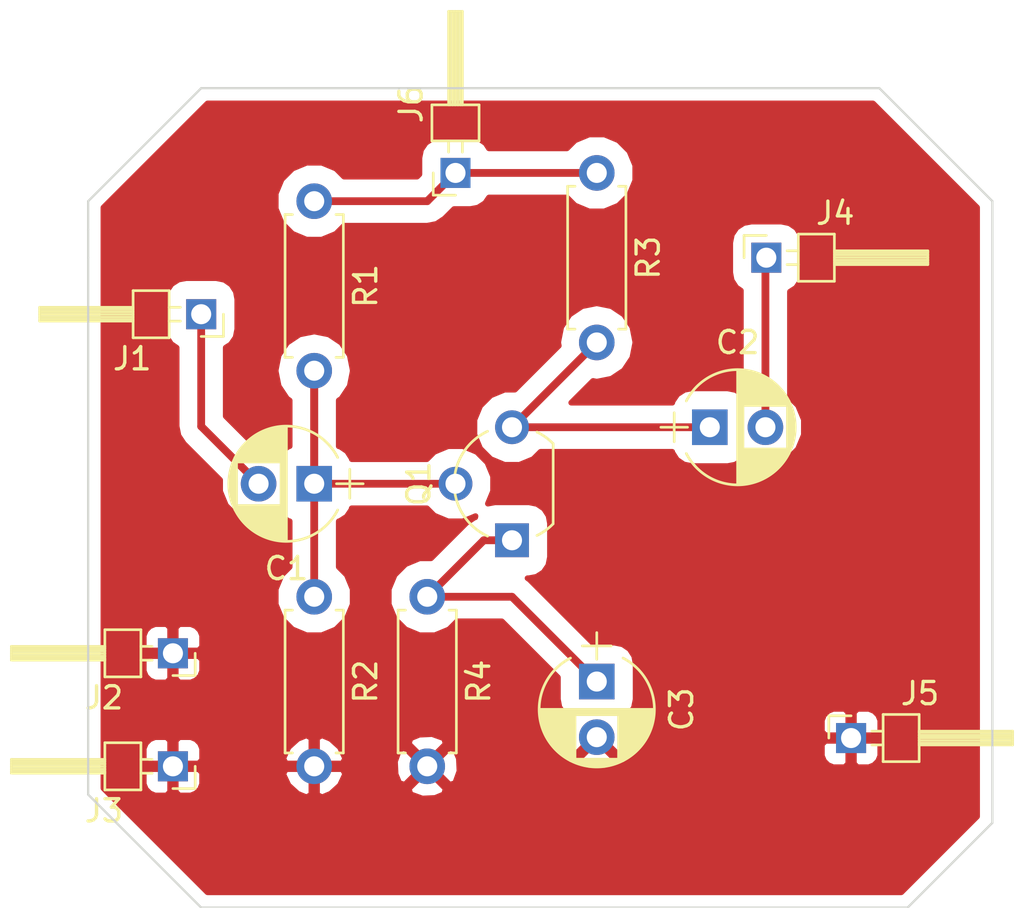
<source format=kicad_pcb>
(kicad_pcb (version 4) (host pcbnew 4.0.7)

  (general
    (links 16)
    (no_connects 0)
    (area 121.014999 75.294999 168.545001 116.890001)
    (thickness 1.6)
    (drawings 10)
    (tracks 17)
    (zones 0)
    (modules 14)
    (nets 8)
  )

  (page A4)
  (layers
    (0 F.Cu signal)
    (31 B.Cu signal)
    (32 B.Adhes user)
    (33 F.Adhes user)
    (34 B.Paste user)
    (35 F.Paste user)
    (36 B.SilkS user)
    (37 F.SilkS user)
    (38 B.Mask user)
    (39 F.Mask user)
    (40 Dwgs.User user)
    (41 Cmts.User user)
    (42 Eco1.User user)
    (43 Eco2.User user)
    (44 Edge.Cuts user)
    (45 Margin user)
    (46 B.CrtYd user)
    (47 F.CrtYd user)
    (48 B.Fab user)
    (49 F.Fab user)
  )

  (setup
    (last_trace_width 0.35)
    (trace_clearance 0.8)
    (zone_clearance 0.508)
    (zone_45_only no)
    (trace_min 0.2)
    (segment_width 0.2)
    (edge_width 0.1)
    (via_size 0.6)
    (via_drill 0.4)
    (via_min_size 0.4)
    (via_min_drill 0.3)
    (uvia_size 0.3)
    (uvia_drill 0.1)
    (uvias_allowed no)
    (uvia_min_size 0.2)
    (uvia_min_drill 0.1)
    (pcb_text_width 0.3)
    (pcb_text_size 1.5 1.5)
    (mod_edge_width 0.15)
    (mod_text_size 1 1)
    (mod_text_width 0.15)
    (pad_size 1.6 1.6)
    (pad_drill 0.9)
    (pad_to_mask_clearance 0)
    (aux_axis_origin 0 0)
    (visible_elements FFFFFF7F)
    (pcbplotparams
      (layerselection 0x01000_00000001)
      (usegerberextensions false)
      (excludeedgelayer true)
      (linewidth 0.100000)
      (plotframeref false)
      (viasonmask false)
      (mode 1)
      (useauxorigin false)
      (hpglpennumber 1)
      (hpglpenspeed 20)
      (hpglpendiameter 15)
      (hpglpenoverlay 2)
      (psnegative false)
      (psa4output false)
      (plotreference true)
      (plotvalue true)
      (plotinvisibletext false)
      (padsonsilk false)
      (subtractmaskfromsilk false)
      (outputformat 1)
      (mirror false)
      (drillshape 0)
      (scaleselection 1)
      (outputdirectory ""))
  )

  (net 0 "")
  (net 1 "Net-(C1-Pad1)")
  (net 2 "Net-(C1-Pad2)")
  (net 3 "Net-(C2-Pad1)")
  (net 4 "Net-(C2-Pad2)")
  (net 5 "Net-(C3-Pad1)")
  (net 6 GND)
  (net 7 "Net-(J6-Pad1)")

  (net_class Default "This is the default net class."
    (clearance 0.8)
    (trace_width 0.35)
    (via_dia 0.6)
    (via_drill 0.4)
    (uvia_dia 0.3)
    (uvia_drill 0.1)
    (add_net GND)
    (add_net "Net-(C1-Pad1)")
    (add_net "Net-(C1-Pad2)")
    (add_net "Net-(C2-Pad1)")
    (add_net "Net-(C2-Pad2)")
    (add_net "Net-(C3-Pad1)")
    (add_net "Net-(J6-Pad1)")
  )

  (module Capacitors_THT:CP_Radial_D5.0mm_P2.50mm (layer F.Cu) (tedit 597BC7C2) (tstamp 5BEB1562)
    (at 135.89 97.79 180)
    (descr "CP, Radial series, Radial, pin pitch=2.50mm, , diameter=5mm, Electrolytic Capacitor")
    (tags "CP Radial series Radial pin pitch 2.50mm  diameter 5mm Electrolytic Capacitor")
    (path /5BEB0A7E)
    (fp_text reference C1 (at 1.25 -3.81 180) (layer F.SilkS)
      (effects (font (size 1 1) (thickness 0.15)))
    )
    (fp_text value CP (at 1.25 3.81 180) (layer F.Fab)
      (effects (font (size 1 1) (thickness 0.15)))
    )
    (fp_arc (start 1.25 0) (end -1.05558 -1.18) (angle 125.8) (layer F.SilkS) (width 0.12))
    (fp_arc (start 1.25 0) (end -1.05558 1.18) (angle -125.8) (layer F.SilkS) (width 0.12))
    (fp_arc (start 1.25 0) (end 3.55558 -1.18) (angle 54.2) (layer F.SilkS) (width 0.12))
    (fp_circle (center 1.25 0) (end 3.75 0) (layer F.Fab) (width 0.1))
    (fp_line (start -2.2 0) (end -1 0) (layer F.Fab) (width 0.1))
    (fp_line (start -1.6 -0.65) (end -1.6 0.65) (layer F.Fab) (width 0.1))
    (fp_line (start 1.25 -2.55) (end 1.25 2.55) (layer F.SilkS) (width 0.12))
    (fp_line (start 1.29 -2.55) (end 1.29 2.55) (layer F.SilkS) (width 0.12))
    (fp_line (start 1.33 -2.549) (end 1.33 2.549) (layer F.SilkS) (width 0.12))
    (fp_line (start 1.37 -2.548) (end 1.37 2.548) (layer F.SilkS) (width 0.12))
    (fp_line (start 1.41 -2.546) (end 1.41 2.546) (layer F.SilkS) (width 0.12))
    (fp_line (start 1.45 -2.543) (end 1.45 2.543) (layer F.SilkS) (width 0.12))
    (fp_line (start 1.49 -2.539) (end 1.49 2.539) (layer F.SilkS) (width 0.12))
    (fp_line (start 1.53 -2.535) (end 1.53 -0.98) (layer F.SilkS) (width 0.12))
    (fp_line (start 1.53 0.98) (end 1.53 2.535) (layer F.SilkS) (width 0.12))
    (fp_line (start 1.57 -2.531) (end 1.57 -0.98) (layer F.SilkS) (width 0.12))
    (fp_line (start 1.57 0.98) (end 1.57 2.531) (layer F.SilkS) (width 0.12))
    (fp_line (start 1.61 -2.525) (end 1.61 -0.98) (layer F.SilkS) (width 0.12))
    (fp_line (start 1.61 0.98) (end 1.61 2.525) (layer F.SilkS) (width 0.12))
    (fp_line (start 1.65 -2.519) (end 1.65 -0.98) (layer F.SilkS) (width 0.12))
    (fp_line (start 1.65 0.98) (end 1.65 2.519) (layer F.SilkS) (width 0.12))
    (fp_line (start 1.69 -2.513) (end 1.69 -0.98) (layer F.SilkS) (width 0.12))
    (fp_line (start 1.69 0.98) (end 1.69 2.513) (layer F.SilkS) (width 0.12))
    (fp_line (start 1.73 -2.506) (end 1.73 -0.98) (layer F.SilkS) (width 0.12))
    (fp_line (start 1.73 0.98) (end 1.73 2.506) (layer F.SilkS) (width 0.12))
    (fp_line (start 1.77 -2.498) (end 1.77 -0.98) (layer F.SilkS) (width 0.12))
    (fp_line (start 1.77 0.98) (end 1.77 2.498) (layer F.SilkS) (width 0.12))
    (fp_line (start 1.81 -2.489) (end 1.81 -0.98) (layer F.SilkS) (width 0.12))
    (fp_line (start 1.81 0.98) (end 1.81 2.489) (layer F.SilkS) (width 0.12))
    (fp_line (start 1.85 -2.48) (end 1.85 -0.98) (layer F.SilkS) (width 0.12))
    (fp_line (start 1.85 0.98) (end 1.85 2.48) (layer F.SilkS) (width 0.12))
    (fp_line (start 1.89 -2.47) (end 1.89 -0.98) (layer F.SilkS) (width 0.12))
    (fp_line (start 1.89 0.98) (end 1.89 2.47) (layer F.SilkS) (width 0.12))
    (fp_line (start 1.93 -2.46) (end 1.93 -0.98) (layer F.SilkS) (width 0.12))
    (fp_line (start 1.93 0.98) (end 1.93 2.46) (layer F.SilkS) (width 0.12))
    (fp_line (start 1.971 -2.448) (end 1.971 -0.98) (layer F.SilkS) (width 0.12))
    (fp_line (start 1.971 0.98) (end 1.971 2.448) (layer F.SilkS) (width 0.12))
    (fp_line (start 2.011 -2.436) (end 2.011 -0.98) (layer F.SilkS) (width 0.12))
    (fp_line (start 2.011 0.98) (end 2.011 2.436) (layer F.SilkS) (width 0.12))
    (fp_line (start 2.051 -2.424) (end 2.051 -0.98) (layer F.SilkS) (width 0.12))
    (fp_line (start 2.051 0.98) (end 2.051 2.424) (layer F.SilkS) (width 0.12))
    (fp_line (start 2.091 -2.41) (end 2.091 -0.98) (layer F.SilkS) (width 0.12))
    (fp_line (start 2.091 0.98) (end 2.091 2.41) (layer F.SilkS) (width 0.12))
    (fp_line (start 2.131 -2.396) (end 2.131 -0.98) (layer F.SilkS) (width 0.12))
    (fp_line (start 2.131 0.98) (end 2.131 2.396) (layer F.SilkS) (width 0.12))
    (fp_line (start 2.171 -2.382) (end 2.171 -0.98) (layer F.SilkS) (width 0.12))
    (fp_line (start 2.171 0.98) (end 2.171 2.382) (layer F.SilkS) (width 0.12))
    (fp_line (start 2.211 -2.366) (end 2.211 -0.98) (layer F.SilkS) (width 0.12))
    (fp_line (start 2.211 0.98) (end 2.211 2.366) (layer F.SilkS) (width 0.12))
    (fp_line (start 2.251 -2.35) (end 2.251 -0.98) (layer F.SilkS) (width 0.12))
    (fp_line (start 2.251 0.98) (end 2.251 2.35) (layer F.SilkS) (width 0.12))
    (fp_line (start 2.291 -2.333) (end 2.291 -0.98) (layer F.SilkS) (width 0.12))
    (fp_line (start 2.291 0.98) (end 2.291 2.333) (layer F.SilkS) (width 0.12))
    (fp_line (start 2.331 -2.315) (end 2.331 -0.98) (layer F.SilkS) (width 0.12))
    (fp_line (start 2.331 0.98) (end 2.331 2.315) (layer F.SilkS) (width 0.12))
    (fp_line (start 2.371 -2.296) (end 2.371 -0.98) (layer F.SilkS) (width 0.12))
    (fp_line (start 2.371 0.98) (end 2.371 2.296) (layer F.SilkS) (width 0.12))
    (fp_line (start 2.411 -2.276) (end 2.411 -0.98) (layer F.SilkS) (width 0.12))
    (fp_line (start 2.411 0.98) (end 2.411 2.276) (layer F.SilkS) (width 0.12))
    (fp_line (start 2.451 -2.256) (end 2.451 -0.98) (layer F.SilkS) (width 0.12))
    (fp_line (start 2.451 0.98) (end 2.451 2.256) (layer F.SilkS) (width 0.12))
    (fp_line (start 2.491 -2.234) (end 2.491 -0.98) (layer F.SilkS) (width 0.12))
    (fp_line (start 2.491 0.98) (end 2.491 2.234) (layer F.SilkS) (width 0.12))
    (fp_line (start 2.531 -2.212) (end 2.531 -0.98) (layer F.SilkS) (width 0.12))
    (fp_line (start 2.531 0.98) (end 2.531 2.212) (layer F.SilkS) (width 0.12))
    (fp_line (start 2.571 -2.189) (end 2.571 -0.98) (layer F.SilkS) (width 0.12))
    (fp_line (start 2.571 0.98) (end 2.571 2.189) (layer F.SilkS) (width 0.12))
    (fp_line (start 2.611 -2.165) (end 2.611 -0.98) (layer F.SilkS) (width 0.12))
    (fp_line (start 2.611 0.98) (end 2.611 2.165) (layer F.SilkS) (width 0.12))
    (fp_line (start 2.651 -2.14) (end 2.651 -0.98) (layer F.SilkS) (width 0.12))
    (fp_line (start 2.651 0.98) (end 2.651 2.14) (layer F.SilkS) (width 0.12))
    (fp_line (start 2.691 -2.113) (end 2.691 -0.98) (layer F.SilkS) (width 0.12))
    (fp_line (start 2.691 0.98) (end 2.691 2.113) (layer F.SilkS) (width 0.12))
    (fp_line (start 2.731 -2.086) (end 2.731 -0.98) (layer F.SilkS) (width 0.12))
    (fp_line (start 2.731 0.98) (end 2.731 2.086) (layer F.SilkS) (width 0.12))
    (fp_line (start 2.771 -2.058) (end 2.771 -0.98) (layer F.SilkS) (width 0.12))
    (fp_line (start 2.771 0.98) (end 2.771 2.058) (layer F.SilkS) (width 0.12))
    (fp_line (start 2.811 -2.028) (end 2.811 -0.98) (layer F.SilkS) (width 0.12))
    (fp_line (start 2.811 0.98) (end 2.811 2.028) (layer F.SilkS) (width 0.12))
    (fp_line (start 2.851 -1.997) (end 2.851 -0.98) (layer F.SilkS) (width 0.12))
    (fp_line (start 2.851 0.98) (end 2.851 1.997) (layer F.SilkS) (width 0.12))
    (fp_line (start 2.891 -1.965) (end 2.891 -0.98) (layer F.SilkS) (width 0.12))
    (fp_line (start 2.891 0.98) (end 2.891 1.965) (layer F.SilkS) (width 0.12))
    (fp_line (start 2.931 -1.932) (end 2.931 -0.98) (layer F.SilkS) (width 0.12))
    (fp_line (start 2.931 0.98) (end 2.931 1.932) (layer F.SilkS) (width 0.12))
    (fp_line (start 2.971 -1.897) (end 2.971 -0.98) (layer F.SilkS) (width 0.12))
    (fp_line (start 2.971 0.98) (end 2.971 1.897) (layer F.SilkS) (width 0.12))
    (fp_line (start 3.011 -1.861) (end 3.011 -0.98) (layer F.SilkS) (width 0.12))
    (fp_line (start 3.011 0.98) (end 3.011 1.861) (layer F.SilkS) (width 0.12))
    (fp_line (start 3.051 -1.823) (end 3.051 -0.98) (layer F.SilkS) (width 0.12))
    (fp_line (start 3.051 0.98) (end 3.051 1.823) (layer F.SilkS) (width 0.12))
    (fp_line (start 3.091 -1.783) (end 3.091 -0.98) (layer F.SilkS) (width 0.12))
    (fp_line (start 3.091 0.98) (end 3.091 1.783) (layer F.SilkS) (width 0.12))
    (fp_line (start 3.131 -1.742) (end 3.131 -0.98) (layer F.SilkS) (width 0.12))
    (fp_line (start 3.131 0.98) (end 3.131 1.742) (layer F.SilkS) (width 0.12))
    (fp_line (start 3.171 -1.699) (end 3.171 -0.98) (layer F.SilkS) (width 0.12))
    (fp_line (start 3.171 0.98) (end 3.171 1.699) (layer F.SilkS) (width 0.12))
    (fp_line (start 3.211 -1.654) (end 3.211 -0.98) (layer F.SilkS) (width 0.12))
    (fp_line (start 3.211 0.98) (end 3.211 1.654) (layer F.SilkS) (width 0.12))
    (fp_line (start 3.251 -1.606) (end 3.251 -0.98) (layer F.SilkS) (width 0.12))
    (fp_line (start 3.251 0.98) (end 3.251 1.606) (layer F.SilkS) (width 0.12))
    (fp_line (start 3.291 -1.556) (end 3.291 -0.98) (layer F.SilkS) (width 0.12))
    (fp_line (start 3.291 0.98) (end 3.291 1.556) (layer F.SilkS) (width 0.12))
    (fp_line (start 3.331 -1.504) (end 3.331 -0.98) (layer F.SilkS) (width 0.12))
    (fp_line (start 3.331 0.98) (end 3.331 1.504) (layer F.SilkS) (width 0.12))
    (fp_line (start 3.371 -1.448) (end 3.371 -0.98) (layer F.SilkS) (width 0.12))
    (fp_line (start 3.371 0.98) (end 3.371 1.448) (layer F.SilkS) (width 0.12))
    (fp_line (start 3.411 -1.39) (end 3.411 -0.98) (layer F.SilkS) (width 0.12))
    (fp_line (start 3.411 0.98) (end 3.411 1.39) (layer F.SilkS) (width 0.12))
    (fp_line (start 3.451 -1.327) (end 3.451 -0.98) (layer F.SilkS) (width 0.12))
    (fp_line (start 3.451 0.98) (end 3.451 1.327) (layer F.SilkS) (width 0.12))
    (fp_line (start 3.491 -1.261) (end 3.491 1.261) (layer F.SilkS) (width 0.12))
    (fp_line (start 3.531 -1.189) (end 3.531 1.189) (layer F.SilkS) (width 0.12))
    (fp_line (start 3.571 -1.112) (end 3.571 1.112) (layer F.SilkS) (width 0.12))
    (fp_line (start 3.611 -1.028) (end 3.611 1.028) (layer F.SilkS) (width 0.12))
    (fp_line (start 3.651 -0.934) (end 3.651 0.934) (layer F.SilkS) (width 0.12))
    (fp_line (start 3.691 -0.829) (end 3.691 0.829) (layer F.SilkS) (width 0.12))
    (fp_line (start 3.731 -0.707) (end 3.731 0.707) (layer F.SilkS) (width 0.12))
    (fp_line (start 3.771 -0.559) (end 3.771 0.559) (layer F.SilkS) (width 0.12))
    (fp_line (start 3.811 -0.354) (end 3.811 0.354) (layer F.SilkS) (width 0.12))
    (fp_line (start -2.2 0) (end -1 0) (layer F.SilkS) (width 0.12))
    (fp_line (start -1.6 -0.65) (end -1.6 0.65) (layer F.SilkS) (width 0.12))
    (fp_line (start -1.6 -2.85) (end -1.6 2.85) (layer F.CrtYd) (width 0.05))
    (fp_line (start -1.6 2.85) (end 4.1 2.85) (layer F.CrtYd) (width 0.05))
    (fp_line (start 4.1 2.85) (end 4.1 -2.85) (layer F.CrtYd) (width 0.05))
    (fp_line (start 4.1 -2.85) (end -1.6 -2.85) (layer F.CrtYd) (width 0.05))
    (fp_text user %R (at 1.25 0 180) (layer F.Fab)
      (effects (font (size 1 1) (thickness 0.15)))
    )
    (pad 1 thru_hole rect (at 0 0 180) (size 1.6 1.6) (drill 0.9) (layers *.Cu *.Mask)
      (net 1 "Net-(C1-Pad1)"))
    (pad 2 thru_hole circle (at 2.5 0 180) (size 1.6 1.6) (drill 0.9) (layers *.Cu *.Mask)
      (net 2 "Net-(C1-Pad2)"))
    (model ${KISYS3DMOD}/Capacitors_THT.3dshapes/CP_Radial_D5.0mm_P2.50mm.wrl
      (at (xyz 0 0 0))
      (scale (xyz 1 1 1))
      (rotate (xyz 0 0 0))
    )
  )

  (module Capacitors_THT:CP_Radial_D5.0mm_P2.50mm (layer F.Cu) (tedit 5BEB0AFC) (tstamp 5BEB1568)
    (at 153.67 95.25)
    (descr "CP, Radial series, Radial, pin pitch=2.50mm, , diameter=5mm, Electrolytic Capacitor")
    (tags "CP Radial series Radial pin pitch 2.50mm  diameter 5mm Electrolytic Capacitor")
    (path /5BEB0C25)
    (fp_text reference C2 (at 1.25 -3.81) (layer F.SilkS)
      (effects (font (size 1 1) (thickness 0.15)))
    )
    (fp_text value CP (at 1.25 3.81) (layer F.Fab)
      (effects (font (size 1 1) (thickness 0.15)))
    )
    (fp_arc (start 1.25 0) (end -1.05558 -1.18) (angle 125.8) (layer F.SilkS) (width 0.12))
    (fp_arc (start 1.25 0) (end -1.05558 1.18) (angle -125.8) (layer F.SilkS) (width 0.12))
    (fp_arc (start 1.25 0) (end 3.55558 -1.18) (angle 54.2) (layer F.SilkS) (width 0.12))
    (fp_circle (center 1.25 0) (end 3.75 0) (layer F.Fab) (width 0.1))
    (fp_line (start -2.2 0) (end -1 0) (layer F.Fab) (width 0.1))
    (fp_line (start -1.6 -0.65) (end -1.6 0.65) (layer F.Fab) (width 0.1))
    (fp_line (start 1.25 -2.55) (end 1.25 2.55) (layer F.SilkS) (width 0.12))
    (fp_line (start 1.29 -2.55) (end 1.29 2.55) (layer F.SilkS) (width 0.12))
    (fp_line (start 1.33 -2.549) (end 1.33 2.549) (layer F.SilkS) (width 0.12))
    (fp_line (start 1.37 -2.548) (end 1.37 2.548) (layer F.SilkS) (width 0.12))
    (fp_line (start 1.41 -2.546) (end 1.41 2.546) (layer F.SilkS) (width 0.12))
    (fp_line (start 1.45 -2.543) (end 1.45 2.543) (layer F.SilkS) (width 0.12))
    (fp_line (start 1.49 -2.539) (end 1.49 2.539) (layer F.SilkS) (width 0.12))
    (fp_line (start 1.53 -2.535) (end 1.53 -0.98) (layer F.SilkS) (width 0.12))
    (fp_line (start 1.53 0.98) (end 1.53 2.535) (layer F.SilkS) (width 0.12))
    (fp_line (start 1.57 -2.531) (end 1.57 -0.98) (layer F.SilkS) (width 0.12))
    (fp_line (start 1.57 0.98) (end 1.57 2.531) (layer F.SilkS) (width 0.12))
    (fp_line (start 1.61 -2.525) (end 1.61 -0.98) (layer F.SilkS) (width 0.12))
    (fp_line (start 1.61 0.98) (end 1.61 2.525) (layer F.SilkS) (width 0.12))
    (fp_line (start 1.65 -2.519) (end 1.65 -0.98) (layer F.SilkS) (width 0.12))
    (fp_line (start 1.65 0.98) (end 1.65 2.519) (layer F.SilkS) (width 0.12))
    (fp_line (start 1.69 -2.513) (end 1.69 -0.98) (layer F.SilkS) (width 0.12))
    (fp_line (start 1.69 0.98) (end 1.69 2.513) (layer F.SilkS) (width 0.12))
    (fp_line (start 1.73 -2.506) (end 1.73 -0.98) (layer F.SilkS) (width 0.12))
    (fp_line (start 1.73 0.98) (end 1.73 2.506) (layer F.SilkS) (width 0.12))
    (fp_line (start 1.77 -2.498) (end 1.77 -0.98) (layer F.SilkS) (width 0.12))
    (fp_line (start 1.77 0.98) (end 1.77 2.498) (layer F.SilkS) (width 0.12))
    (fp_line (start 1.81 -2.489) (end 1.81 -0.98) (layer F.SilkS) (width 0.12))
    (fp_line (start 1.81 0.98) (end 1.81 2.489) (layer F.SilkS) (width 0.12))
    (fp_line (start 1.85 -2.48) (end 1.85 -0.98) (layer F.SilkS) (width 0.12))
    (fp_line (start 1.85 0.98) (end 1.85 2.48) (layer F.SilkS) (width 0.12))
    (fp_line (start 1.89 -2.47) (end 1.89 -0.98) (layer F.SilkS) (width 0.12))
    (fp_line (start 1.89 0.98) (end 1.89 2.47) (layer F.SilkS) (width 0.12))
    (fp_line (start 1.93 -2.46) (end 1.93 -0.98) (layer F.SilkS) (width 0.12))
    (fp_line (start 1.93 0.98) (end 1.93 2.46) (layer F.SilkS) (width 0.12))
    (fp_line (start 1.971 -2.448) (end 1.971 -0.98) (layer F.SilkS) (width 0.12))
    (fp_line (start 1.971 0.98) (end 1.971 2.448) (layer F.SilkS) (width 0.12))
    (fp_line (start 2.011 -2.436) (end 2.011 -0.98) (layer F.SilkS) (width 0.12))
    (fp_line (start 2.011 0.98) (end 2.011 2.436) (layer F.SilkS) (width 0.12))
    (fp_line (start 2.051 -2.424) (end 2.051 -0.98) (layer F.SilkS) (width 0.12))
    (fp_line (start 2.051 0.98) (end 2.051 2.424) (layer F.SilkS) (width 0.12))
    (fp_line (start 2.091 -2.41) (end 2.091 -0.98) (layer F.SilkS) (width 0.12))
    (fp_line (start 2.091 0.98) (end 2.091 2.41) (layer F.SilkS) (width 0.12))
    (fp_line (start 2.131 -2.396) (end 2.131 -0.98) (layer F.SilkS) (width 0.12))
    (fp_line (start 2.131 0.98) (end 2.131 2.396) (layer F.SilkS) (width 0.12))
    (fp_line (start 2.171 -2.382) (end 2.171 -0.98) (layer F.SilkS) (width 0.12))
    (fp_line (start 2.171 0.98) (end 2.171 2.382) (layer F.SilkS) (width 0.12))
    (fp_line (start 2.211 -2.366) (end 2.211 -0.98) (layer F.SilkS) (width 0.12))
    (fp_line (start 2.211 0.98) (end 2.211 2.366) (layer F.SilkS) (width 0.12))
    (fp_line (start 2.251 -2.35) (end 2.251 -0.98) (layer F.SilkS) (width 0.12))
    (fp_line (start 2.251 0.98) (end 2.251 2.35) (layer F.SilkS) (width 0.12))
    (fp_line (start 2.291 -2.333) (end 2.291 -0.98) (layer F.SilkS) (width 0.12))
    (fp_line (start 2.291 0.98) (end 2.291 2.333) (layer F.SilkS) (width 0.12))
    (fp_line (start 2.331 -2.315) (end 2.331 -0.98) (layer F.SilkS) (width 0.12))
    (fp_line (start 2.331 0.98) (end 2.331 2.315) (layer F.SilkS) (width 0.12))
    (fp_line (start 2.371 -2.296) (end 2.371 -0.98) (layer F.SilkS) (width 0.12))
    (fp_line (start 2.371 0.98) (end 2.371 2.296) (layer F.SilkS) (width 0.12))
    (fp_line (start 2.411 -2.276) (end 2.411 -0.98) (layer F.SilkS) (width 0.12))
    (fp_line (start 2.411 0.98) (end 2.411 2.276) (layer F.SilkS) (width 0.12))
    (fp_line (start 2.451 -2.256) (end 2.451 -0.98) (layer F.SilkS) (width 0.12))
    (fp_line (start 2.451 0.98) (end 2.451 2.256) (layer F.SilkS) (width 0.12))
    (fp_line (start 2.491 -2.234) (end 2.491 -0.98) (layer F.SilkS) (width 0.12))
    (fp_line (start 2.491 0.98) (end 2.491 2.234) (layer F.SilkS) (width 0.12))
    (fp_line (start 2.531 -2.212) (end 2.531 -0.98) (layer F.SilkS) (width 0.12))
    (fp_line (start 2.531 0.98) (end 2.531 2.212) (layer F.SilkS) (width 0.12))
    (fp_line (start 2.571 -2.189) (end 2.571 -0.98) (layer F.SilkS) (width 0.12))
    (fp_line (start 2.571 0.98) (end 2.571 2.189) (layer F.SilkS) (width 0.12))
    (fp_line (start 2.611 -2.165) (end 2.611 -0.98) (layer F.SilkS) (width 0.12))
    (fp_line (start 2.611 0.98) (end 2.611 2.165) (layer F.SilkS) (width 0.12))
    (fp_line (start 2.651 -2.14) (end 2.651 -0.98) (layer F.SilkS) (width 0.12))
    (fp_line (start 2.651 0.98) (end 2.651 2.14) (layer F.SilkS) (width 0.12))
    (fp_line (start 2.691 -2.113) (end 2.691 -0.98) (layer F.SilkS) (width 0.12))
    (fp_line (start 2.691 0.98) (end 2.691 2.113) (layer F.SilkS) (width 0.12))
    (fp_line (start 2.731 -2.086) (end 2.731 -0.98) (layer F.SilkS) (width 0.12))
    (fp_line (start 2.731 0.98) (end 2.731 2.086) (layer F.SilkS) (width 0.12))
    (fp_line (start 2.771 -2.058) (end 2.771 -0.98) (layer F.SilkS) (width 0.12))
    (fp_line (start 2.771 0.98) (end 2.771 2.058) (layer F.SilkS) (width 0.12))
    (fp_line (start 2.811 -2.028) (end 2.811 -0.98) (layer F.SilkS) (width 0.12))
    (fp_line (start 2.811 0.98) (end 2.811 2.028) (layer F.SilkS) (width 0.12))
    (fp_line (start 2.851 -1.997) (end 2.851 -0.98) (layer F.SilkS) (width 0.12))
    (fp_line (start 2.851 0.98) (end 2.851 1.997) (layer F.SilkS) (width 0.12))
    (fp_line (start 2.891 -1.965) (end 2.891 -0.98) (layer F.SilkS) (width 0.12))
    (fp_line (start 2.891 0.98) (end 2.891 1.965) (layer F.SilkS) (width 0.12))
    (fp_line (start 2.931 -1.932) (end 2.931 -0.98) (layer F.SilkS) (width 0.12))
    (fp_line (start 2.931 0.98) (end 2.931 1.932) (layer F.SilkS) (width 0.12))
    (fp_line (start 2.971 -1.897) (end 2.971 -0.98) (layer F.SilkS) (width 0.12))
    (fp_line (start 2.971 0.98) (end 2.971 1.897) (layer F.SilkS) (width 0.12))
    (fp_line (start 3.011 -1.861) (end 3.011 -0.98) (layer F.SilkS) (width 0.12))
    (fp_line (start 3.011 0.98) (end 3.011 1.861) (layer F.SilkS) (width 0.12))
    (fp_line (start 3.051 -1.823) (end 3.051 -0.98) (layer F.SilkS) (width 0.12))
    (fp_line (start 3.051 0.98) (end 3.051 1.823) (layer F.SilkS) (width 0.12))
    (fp_line (start 3.091 -1.783) (end 3.091 -0.98) (layer F.SilkS) (width 0.12))
    (fp_line (start 3.091 0.98) (end 3.091 1.783) (layer F.SilkS) (width 0.12))
    (fp_line (start 3.131 -1.742) (end 3.131 -0.98) (layer F.SilkS) (width 0.12))
    (fp_line (start 3.131 0.98) (end 3.131 1.742) (layer F.SilkS) (width 0.12))
    (fp_line (start 3.171 -1.699) (end 3.171 -0.98) (layer F.SilkS) (width 0.12))
    (fp_line (start 3.171 0.98) (end 3.171 1.699) (layer F.SilkS) (width 0.12))
    (fp_line (start 3.211 -1.654) (end 3.211 -0.98) (layer F.SilkS) (width 0.12))
    (fp_line (start 3.211 0.98) (end 3.211 1.654) (layer F.SilkS) (width 0.12))
    (fp_line (start 3.251 -1.606) (end 3.251 -0.98) (layer F.SilkS) (width 0.12))
    (fp_line (start 3.251 0.98) (end 3.251 1.606) (layer F.SilkS) (width 0.12))
    (fp_line (start 3.291 -1.556) (end 3.291 -0.98) (layer F.SilkS) (width 0.12))
    (fp_line (start 3.291 0.98) (end 3.291 1.556) (layer F.SilkS) (width 0.12))
    (fp_line (start 3.331 -1.504) (end 3.331 -0.98) (layer F.SilkS) (width 0.12))
    (fp_line (start 3.331 0.98) (end 3.331 1.504) (layer F.SilkS) (width 0.12))
    (fp_line (start 3.371 -1.448) (end 3.371 -0.98) (layer F.SilkS) (width 0.12))
    (fp_line (start 3.371 0.98) (end 3.371 1.448) (layer F.SilkS) (width 0.12))
    (fp_line (start 3.411 -1.39) (end 3.411 -0.98) (layer F.SilkS) (width 0.12))
    (fp_line (start 3.411 0.98) (end 3.411 1.39) (layer F.SilkS) (width 0.12))
    (fp_line (start 3.451 -1.327) (end 3.451 -0.98) (layer F.SilkS) (width 0.12))
    (fp_line (start 3.451 0.98) (end 3.451 1.327) (layer F.SilkS) (width 0.12))
    (fp_line (start 3.491 -1.261) (end 3.491 1.261) (layer F.SilkS) (width 0.12))
    (fp_line (start 3.531 -1.189) (end 3.531 1.189) (layer F.SilkS) (width 0.12))
    (fp_line (start 3.571 -1.112) (end 3.571 1.112) (layer F.SilkS) (width 0.12))
    (fp_line (start 3.611 -1.028) (end 3.611 1.028) (layer F.SilkS) (width 0.12))
    (fp_line (start 3.651 -0.934) (end 3.651 0.934) (layer F.SilkS) (width 0.12))
    (fp_line (start 3.691 -0.829) (end 3.691 0.829) (layer F.SilkS) (width 0.12))
    (fp_line (start 3.731 -0.707) (end 3.731 0.707) (layer F.SilkS) (width 0.12))
    (fp_line (start 3.771 -0.559) (end 3.771 0.559) (layer F.SilkS) (width 0.12))
    (fp_line (start 3.811 -0.354) (end 3.811 0.354) (layer F.SilkS) (width 0.12))
    (fp_line (start -2.2 0) (end -1 0) (layer F.SilkS) (width 0.12))
    (fp_line (start -1.6 -0.65) (end -1.6 0.65) (layer F.SilkS) (width 0.12))
    (fp_line (start -1.6 -2.85) (end -1.6 2.85) (layer F.CrtYd) (width 0.05))
    (fp_line (start -1.6 2.85) (end 4.1 2.85) (layer F.CrtYd) (width 0.05))
    (fp_line (start 4.1 2.85) (end 4.1 -2.85) (layer F.CrtYd) (width 0.05))
    (fp_line (start 4.1 -2.85) (end -1.6 -2.85) (layer F.CrtYd) (width 0.05))
    (fp_text user %R (at 1.25 0) (layer F.Fab)
      (effects (font (size 1 1) (thickness 0.15)))
    )
    (pad 1 thru_hole rect (at 0 0) (size 1.6 1.6) (drill 0.9) (layers *.Cu *.Mask)
      (net 3 "Net-(C2-Pad1)"))
    (pad 2 thru_hole circle (at 2.5 0) (size 1.6 1.6) (drill 0.9) (layers *.Cu *.Mask)
      (net 4 "Net-(C2-Pad2)"))
    (model ${KISYS3DMOD}/Capacitors_THT.3dshapes/CP_Radial_D5.0mm_P2.50mm.wrl
      (at (xyz 0 0 0))
      (scale (xyz 1 1 1))
      (rotate (xyz 0 0 0))
    )
  )

  (module Capacitors_THT:CP_Radial_D5.0mm_P2.50mm (layer F.Cu) (tedit 5BEB0E2D) (tstamp 5BEB156E)
    (at 148.59 106.68 270)
    (descr "CP, Radial series, Radial, pin pitch=2.50mm, , diameter=5mm, Electrolytic Capacitor")
    (tags "CP Radial series Radial pin pitch 2.50mm  diameter 5mm Electrolytic Capacitor")
    (path /5BEB0BC1)
    (fp_text reference C3 (at 1.25 -3.81 270) (layer F.SilkS)
      (effects (font (size 1 1) (thickness 0.15)))
    )
    (fp_text value CP (at 1.25 3.81 270) (layer F.Fab)
      (effects (font (size 1 1) (thickness 0.15)))
    )
    (fp_arc (start 1.25 0) (end -1.05558 -1.18) (angle 125.8) (layer F.SilkS) (width 0.12))
    (fp_arc (start 1.25 0) (end -1.05558 1.18) (angle -125.8) (layer F.SilkS) (width 0.12))
    (fp_arc (start 1.25 0) (end 3.55558 -1.18) (angle 54.2) (layer F.SilkS) (width 0.12))
    (fp_circle (center 1.25 0) (end 3.75 0) (layer F.Fab) (width 0.1))
    (fp_line (start -2.2 0) (end -1 0) (layer F.Fab) (width 0.1))
    (fp_line (start -1.6 -0.65) (end -1.6 0.65) (layer F.Fab) (width 0.1))
    (fp_line (start 1.25 -2.55) (end 1.25 2.55) (layer F.SilkS) (width 0.12))
    (fp_line (start 1.29 -2.55) (end 1.29 2.55) (layer F.SilkS) (width 0.12))
    (fp_line (start 1.33 -2.549) (end 1.33 2.549) (layer F.SilkS) (width 0.12))
    (fp_line (start 1.37 -2.548) (end 1.37 2.548) (layer F.SilkS) (width 0.12))
    (fp_line (start 1.41 -2.546) (end 1.41 2.546) (layer F.SilkS) (width 0.12))
    (fp_line (start 1.45 -2.543) (end 1.45 2.543) (layer F.SilkS) (width 0.12))
    (fp_line (start 1.49 -2.539) (end 1.49 2.539) (layer F.SilkS) (width 0.12))
    (fp_line (start 1.53 -2.535) (end 1.53 -0.98) (layer F.SilkS) (width 0.12))
    (fp_line (start 1.53 0.98) (end 1.53 2.535) (layer F.SilkS) (width 0.12))
    (fp_line (start 1.57 -2.531) (end 1.57 -0.98) (layer F.SilkS) (width 0.12))
    (fp_line (start 1.57 0.98) (end 1.57 2.531) (layer F.SilkS) (width 0.12))
    (fp_line (start 1.61 -2.525) (end 1.61 -0.98) (layer F.SilkS) (width 0.12))
    (fp_line (start 1.61 0.98) (end 1.61 2.525) (layer F.SilkS) (width 0.12))
    (fp_line (start 1.65 -2.519) (end 1.65 -0.98) (layer F.SilkS) (width 0.12))
    (fp_line (start 1.65 0.98) (end 1.65 2.519) (layer F.SilkS) (width 0.12))
    (fp_line (start 1.69 -2.513) (end 1.69 -0.98) (layer F.SilkS) (width 0.12))
    (fp_line (start 1.69 0.98) (end 1.69 2.513) (layer F.SilkS) (width 0.12))
    (fp_line (start 1.73 -2.506) (end 1.73 -0.98) (layer F.SilkS) (width 0.12))
    (fp_line (start 1.73 0.98) (end 1.73 2.506) (layer F.SilkS) (width 0.12))
    (fp_line (start 1.77 -2.498) (end 1.77 -0.98) (layer F.SilkS) (width 0.12))
    (fp_line (start 1.77 0.98) (end 1.77 2.498) (layer F.SilkS) (width 0.12))
    (fp_line (start 1.81 -2.489) (end 1.81 -0.98) (layer F.SilkS) (width 0.12))
    (fp_line (start 1.81 0.98) (end 1.81 2.489) (layer F.SilkS) (width 0.12))
    (fp_line (start 1.85 -2.48) (end 1.85 -0.98) (layer F.SilkS) (width 0.12))
    (fp_line (start 1.85 0.98) (end 1.85 2.48) (layer F.SilkS) (width 0.12))
    (fp_line (start 1.89 -2.47) (end 1.89 -0.98) (layer F.SilkS) (width 0.12))
    (fp_line (start 1.89 0.98) (end 1.89 2.47) (layer F.SilkS) (width 0.12))
    (fp_line (start 1.93 -2.46) (end 1.93 -0.98) (layer F.SilkS) (width 0.12))
    (fp_line (start 1.93 0.98) (end 1.93 2.46) (layer F.SilkS) (width 0.12))
    (fp_line (start 1.971 -2.448) (end 1.971 -0.98) (layer F.SilkS) (width 0.12))
    (fp_line (start 1.971 0.98) (end 1.971 2.448) (layer F.SilkS) (width 0.12))
    (fp_line (start 2.011 -2.436) (end 2.011 -0.98) (layer F.SilkS) (width 0.12))
    (fp_line (start 2.011 0.98) (end 2.011 2.436) (layer F.SilkS) (width 0.12))
    (fp_line (start 2.051 -2.424) (end 2.051 -0.98) (layer F.SilkS) (width 0.12))
    (fp_line (start 2.051 0.98) (end 2.051 2.424) (layer F.SilkS) (width 0.12))
    (fp_line (start 2.091 -2.41) (end 2.091 -0.98) (layer F.SilkS) (width 0.12))
    (fp_line (start 2.091 0.98) (end 2.091 2.41) (layer F.SilkS) (width 0.12))
    (fp_line (start 2.131 -2.396) (end 2.131 -0.98) (layer F.SilkS) (width 0.12))
    (fp_line (start 2.131 0.98) (end 2.131 2.396) (layer F.SilkS) (width 0.12))
    (fp_line (start 2.171 -2.382) (end 2.171 -0.98) (layer F.SilkS) (width 0.12))
    (fp_line (start 2.171 0.98) (end 2.171 2.382) (layer F.SilkS) (width 0.12))
    (fp_line (start 2.211 -2.366) (end 2.211 -0.98) (layer F.SilkS) (width 0.12))
    (fp_line (start 2.211 0.98) (end 2.211 2.366) (layer F.SilkS) (width 0.12))
    (fp_line (start 2.251 -2.35) (end 2.251 -0.98) (layer F.SilkS) (width 0.12))
    (fp_line (start 2.251 0.98) (end 2.251 2.35) (layer F.SilkS) (width 0.12))
    (fp_line (start 2.291 -2.333) (end 2.291 -0.98) (layer F.SilkS) (width 0.12))
    (fp_line (start 2.291 0.98) (end 2.291 2.333) (layer F.SilkS) (width 0.12))
    (fp_line (start 2.331 -2.315) (end 2.331 -0.98) (layer F.SilkS) (width 0.12))
    (fp_line (start 2.331 0.98) (end 2.331 2.315) (layer F.SilkS) (width 0.12))
    (fp_line (start 2.371 -2.296) (end 2.371 -0.98) (layer F.SilkS) (width 0.12))
    (fp_line (start 2.371 0.98) (end 2.371 2.296) (layer F.SilkS) (width 0.12))
    (fp_line (start 2.411 -2.276) (end 2.411 -0.98) (layer F.SilkS) (width 0.12))
    (fp_line (start 2.411 0.98) (end 2.411 2.276) (layer F.SilkS) (width 0.12))
    (fp_line (start 2.451 -2.256) (end 2.451 -0.98) (layer F.SilkS) (width 0.12))
    (fp_line (start 2.451 0.98) (end 2.451 2.256) (layer F.SilkS) (width 0.12))
    (fp_line (start 2.491 -2.234) (end 2.491 -0.98) (layer F.SilkS) (width 0.12))
    (fp_line (start 2.491 0.98) (end 2.491 2.234) (layer F.SilkS) (width 0.12))
    (fp_line (start 2.531 -2.212) (end 2.531 -0.98) (layer F.SilkS) (width 0.12))
    (fp_line (start 2.531 0.98) (end 2.531 2.212) (layer F.SilkS) (width 0.12))
    (fp_line (start 2.571 -2.189) (end 2.571 -0.98) (layer F.SilkS) (width 0.12))
    (fp_line (start 2.571 0.98) (end 2.571 2.189) (layer F.SilkS) (width 0.12))
    (fp_line (start 2.611 -2.165) (end 2.611 -0.98) (layer F.SilkS) (width 0.12))
    (fp_line (start 2.611 0.98) (end 2.611 2.165) (layer F.SilkS) (width 0.12))
    (fp_line (start 2.651 -2.14) (end 2.651 -0.98) (layer F.SilkS) (width 0.12))
    (fp_line (start 2.651 0.98) (end 2.651 2.14) (layer F.SilkS) (width 0.12))
    (fp_line (start 2.691 -2.113) (end 2.691 -0.98) (layer F.SilkS) (width 0.12))
    (fp_line (start 2.691 0.98) (end 2.691 2.113) (layer F.SilkS) (width 0.12))
    (fp_line (start 2.731 -2.086) (end 2.731 -0.98) (layer F.SilkS) (width 0.12))
    (fp_line (start 2.731 0.98) (end 2.731 2.086) (layer F.SilkS) (width 0.12))
    (fp_line (start 2.771 -2.058) (end 2.771 -0.98) (layer F.SilkS) (width 0.12))
    (fp_line (start 2.771 0.98) (end 2.771 2.058) (layer F.SilkS) (width 0.12))
    (fp_line (start 2.811 -2.028) (end 2.811 -0.98) (layer F.SilkS) (width 0.12))
    (fp_line (start 2.811 0.98) (end 2.811 2.028) (layer F.SilkS) (width 0.12))
    (fp_line (start 2.851 -1.997) (end 2.851 -0.98) (layer F.SilkS) (width 0.12))
    (fp_line (start 2.851 0.98) (end 2.851 1.997) (layer F.SilkS) (width 0.12))
    (fp_line (start 2.891 -1.965) (end 2.891 -0.98) (layer F.SilkS) (width 0.12))
    (fp_line (start 2.891 0.98) (end 2.891 1.965) (layer F.SilkS) (width 0.12))
    (fp_line (start 2.931 -1.932) (end 2.931 -0.98) (layer F.SilkS) (width 0.12))
    (fp_line (start 2.931 0.98) (end 2.931 1.932) (layer F.SilkS) (width 0.12))
    (fp_line (start 2.971 -1.897) (end 2.971 -0.98) (layer F.SilkS) (width 0.12))
    (fp_line (start 2.971 0.98) (end 2.971 1.897) (layer F.SilkS) (width 0.12))
    (fp_line (start 3.011 -1.861) (end 3.011 -0.98) (layer F.SilkS) (width 0.12))
    (fp_line (start 3.011 0.98) (end 3.011 1.861) (layer F.SilkS) (width 0.12))
    (fp_line (start 3.051 -1.823) (end 3.051 -0.98) (layer F.SilkS) (width 0.12))
    (fp_line (start 3.051 0.98) (end 3.051 1.823) (layer F.SilkS) (width 0.12))
    (fp_line (start 3.091 -1.783) (end 3.091 -0.98) (layer F.SilkS) (width 0.12))
    (fp_line (start 3.091 0.98) (end 3.091 1.783) (layer F.SilkS) (width 0.12))
    (fp_line (start 3.131 -1.742) (end 3.131 -0.98) (layer F.SilkS) (width 0.12))
    (fp_line (start 3.131 0.98) (end 3.131 1.742) (layer F.SilkS) (width 0.12))
    (fp_line (start 3.171 -1.699) (end 3.171 -0.98) (layer F.SilkS) (width 0.12))
    (fp_line (start 3.171 0.98) (end 3.171 1.699) (layer F.SilkS) (width 0.12))
    (fp_line (start 3.211 -1.654) (end 3.211 -0.98) (layer F.SilkS) (width 0.12))
    (fp_line (start 3.211 0.98) (end 3.211 1.654) (layer F.SilkS) (width 0.12))
    (fp_line (start 3.251 -1.606) (end 3.251 -0.98) (layer F.SilkS) (width 0.12))
    (fp_line (start 3.251 0.98) (end 3.251 1.606) (layer F.SilkS) (width 0.12))
    (fp_line (start 3.291 -1.556) (end 3.291 -0.98) (layer F.SilkS) (width 0.12))
    (fp_line (start 3.291 0.98) (end 3.291 1.556) (layer F.SilkS) (width 0.12))
    (fp_line (start 3.331 -1.504) (end 3.331 -0.98) (layer F.SilkS) (width 0.12))
    (fp_line (start 3.331 0.98) (end 3.331 1.504) (layer F.SilkS) (width 0.12))
    (fp_line (start 3.371 -1.448) (end 3.371 -0.98) (layer F.SilkS) (width 0.12))
    (fp_line (start 3.371 0.98) (end 3.371 1.448) (layer F.SilkS) (width 0.12))
    (fp_line (start 3.411 -1.39) (end 3.411 -0.98) (layer F.SilkS) (width 0.12))
    (fp_line (start 3.411 0.98) (end 3.411 1.39) (layer F.SilkS) (width 0.12))
    (fp_line (start 3.451 -1.327) (end 3.451 -0.98) (layer F.SilkS) (width 0.12))
    (fp_line (start 3.451 0.98) (end 3.451 1.327) (layer F.SilkS) (width 0.12))
    (fp_line (start 3.491 -1.261) (end 3.491 1.261) (layer F.SilkS) (width 0.12))
    (fp_line (start 3.531 -1.189) (end 3.531 1.189) (layer F.SilkS) (width 0.12))
    (fp_line (start 3.571 -1.112) (end 3.571 1.112) (layer F.SilkS) (width 0.12))
    (fp_line (start 3.611 -1.028) (end 3.611 1.028) (layer F.SilkS) (width 0.12))
    (fp_line (start 3.651 -0.934) (end 3.651 0.934) (layer F.SilkS) (width 0.12))
    (fp_line (start 3.691 -0.829) (end 3.691 0.829) (layer F.SilkS) (width 0.12))
    (fp_line (start 3.731 -0.707) (end 3.731 0.707) (layer F.SilkS) (width 0.12))
    (fp_line (start 3.771 -0.559) (end 3.771 0.559) (layer F.SilkS) (width 0.12))
    (fp_line (start 3.811 -0.354) (end 3.811 0.354) (layer F.SilkS) (width 0.12))
    (fp_line (start -2.2 0) (end -1 0) (layer F.SilkS) (width 0.12))
    (fp_line (start -1.6 -0.65) (end -1.6 0.65) (layer F.SilkS) (width 0.12))
    (fp_line (start -1.6 -2.85) (end -1.6 2.85) (layer F.CrtYd) (width 0.05))
    (fp_line (start -1.6 2.85) (end 4.1 2.85) (layer F.CrtYd) (width 0.05))
    (fp_line (start 4.1 2.85) (end 4.1 -2.85) (layer F.CrtYd) (width 0.05))
    (fp_line (start 4.1 -2.85) (end -1.6 -2.85) (layer F.CrtYd) (width 0.05))
    (fp_text user %R (at 1.25 0 270) (layer F.Fab)
      (effects (font (size 1 1) (thickness 0.15)))
    )
    (pad 1 thru_hole rect (at 0 0 270) (size 1.6 1.6) (drill 0.9) (layers *.Cu *.Mask)
      (net 5 "Net-(C3-Pad1)"))
    (pad 2 thru_hole circle (at 2.5 0 270) (size 1.6 1.6) (drill 0.9) (layers *.Cu *.Mask)
      (net 6 GND))
    (model ${KISYS3DMOD}/Capacitors_THT.3dshapes/CP_Radial_D5.0mm_P2.50mm.wrl
      (at (xyz 0 0 0))
      (scale (xyz 1 1 1))
      (rotate (xyz 0 0 0))
    )
  )

  (module Pin_Headers:Pin_Header_Angled_1x01_Pitch2.00mm (layer F.Cu) (tedit 5BEB0AD7) (tstamp 5BEB1573)
    (at 130.81 90.17 180)
    (descr "Through hole angled pin header, 1x01, 2.00mm pitch, 4.2mm pin length, single row")
    (tags "Through hole angled pin header THT 1x01 2.00mm single row")
    (path /5BE9BDA9)
    (fp_text reference J1 (at 3.1 -2 180) (layer F.SilkS)
      (effects (font (size 1 1) (thickness 0.15)))
    )
    (fp_text value Conn_01x01 (at 3.1 2 180) (layer F.Fab)
      (effects (font (size 1 1) (thickness 0.15)))
    )
    (fp_line (start 1.875 -1) (end 3 -1) (layer F.Fab) (width 0.1))
    (fp_line (start 3 -1) (end 3 1) (layer F.Fab) (width 0.1))
    (fp_line (start 3 1) (end 1.5 1) (layer F.Fab) (width 0.1))
    (fp_line (start 1.5 1) (end 1.5 -0.625) (layer F.Fab) (width 0.1))
    (fp_line (start 1.5 -0.625) (end 1.875 -1) (layer F.Fab) (width 0.1))
    (fp_line (start -0.25 -0.25) (end 1.5 -0.25) (layer F.Fab) (width 0.1))
    (fp_line (start -0.25 -0.25) (end -0.25 0.25) (layer F.Fab) (width 0.1))
    (fp_line (start -0.25 0.25) (end 1.5 0.25) (layer F.Fab) (width 0.1))
    (fp_line (start 3 -0.25) (end 7.2 -0.25) (layer F.Fab) (width 0.1))
    (fp_line (start 7.2 -0.25) (end 7.2 0.25) (layer F.Fab) (width 0.1))
    (fp_line (start 3 0.25) (end 7.2 0.25) (layer F.Fab) (width 0.1))
    (fp_line (start 1.44 -1.06) (end 1.44 1.06) (layer F.SilkS) (width 0.12))
    (fp_line (start 1.44 1.06) (end 3.06 1.06) (layer F.SilkS) (width 0.12))
    (fp_line (start 3.06 1.06) (end 3.06 -1.06) (layer F.SilkS) (width 0.12))
    (fp_line (start 3.06 -1.06) (end 1.44 -1.06) (layer F.SilkS) (width 0.12))
    (fp_line (start 3.06 -0.31) (end 7.26 -0.31) (layer F.SilkS) (width 0.12))
    (fp_line (start 7.26 -0.31) (end 7.26 0.31) (layer F.SilkS) (width 0.12))
    (fp_line (start 7.26 0.31) (end 3.06 0.31) (layer F.SilkS) (width 0.12))
    (fp_line (start 3.06 -0.25) (end 7.26 -0.25) (layer F.SilkS) (width 0.12))
    (fp_line (start 3.06 -0.13) (end 7.26 -0.13) (layer F.SilkS) (width 0.12))
    (fp_line (start 3.06 -0.01) (end 7.26 -0.01) (layer F.SilkS) (width 0.12))
    (fp_line (start 3.06 0.11) (end 7.26 0.11) (layer F.SilkS) (width 0.12))
    (fp_line (start 3.06 0.23) (end 7.26 0.23) (layer F.SilkS) (width 0.12))
    (fp_line (start 0.935 -0.31) (end 1.44 -0.31) (layer F.SilkS) (width 0.12))
    (fp_line (start 0.935 0.31) (end 1.44 0.31) (layer F.SilkS) (width 0.12))
    (fp_line (start -1 0) (end -1 -1) (layer F.SilkS) (width 0.12))
    (fp_line (start -1 -1) (end 0 -1) (layer F.SilkS) (width 0.12))
    (fp_line (start -1.5 -1.5) (end -1.5 1.5) (layer F.CrtYd) (width 0.05))
    (fp_line (start -1.5 1.5) (end 7.7 1.5) (layer F.CrtYd) (width 0.05))
    (fp_line (start 7.7 1.5) (end 7.7 -1.5) (layer F.CrtYd) (width 0.05))
    (fp_line (start 7.7 -1.5) (end -1.5 -1.5) (layer F.CrtYd) (width 0.05))
    (fp_text user %R (at 2.25 0 270) (layer F.Fab)
      (effects (font (size 0.9 0.9) (thickness 0.135)))
    )
    (pad 1 thru_hole rect (at 0 0 180) (size 1.35 1.35) (drill 0.9) (layers *.Cu *.Mask)
      (net 2 "Net-(C1-Pad2)"))
    (model ${KISYS3DMOD}/Pin_Headers.3dshapes/Pin_Header_Angled_1x01_Pitch2.00mm.wrl
      (at (xyz 0 0 0))
      (scale (xyz 1 1 1))
      (rotate (xyz 0 0 0))
    )
  )

  (module Pin_Headers:Pin_Header_Angled_1x01_Pitch2.00mm (layer F.Cu) (tedit 59650533) (tstamp 5BEB1578)
    (at 129.54 105.41 180)
    (descr "Through hole angled pin header, 1x01, 2.00mm pitch, 4.2mm pin length, single row")
    (tags "Through hole angled pin header THT 1x01 2.00mm single row")
    (path /5BE9BD51)
    (fp_text reference J2 (at 3.1 -2 180) (layer F.SilkS)
      (effects (font (size 1 1) (thickness 0.15)))
    )
    (fp_text value Conn_01x01 (at 3.1 2 180) (layer F.Fab)
      (effects (font (size 1 1) (thickness 0.15)))
    )
    (fp_line (start 1.875 -1) (end 3 -1) (layer F.Fab) (width 0.1))
    (fp_line (start 3 -1) (end 3 1) (layer F.Fab) (width 0.1))
    (fp_line (start 3 1) (end 1.5 1) (layer F.Fab) (width 0.1))
    (fp_line (start 1.5 1) (end 1.5 -0.625) (layer F.Fab) (width 0.1))
    (fp_line (start 1.5 -0.625) (end 1.875 -1) (layer F.Fab) (width 0.1))
    (fp_line (start -0.25 -0.25) (end 1.5 -0.25) (layer F.Fab) (width 0.1))
    (fp_line (start -0.25 -0.25) (end -0.25 0.25) (layer F.Fab) (width 0.1))
    (fp_line (start -0.25 0.25) (end 1.5 0.25) (layer F.Fab) (width 0.1))
    (fp_line (start 3 -0.25) (end 7.2 -0.25) (layer F.Fab) (width 0.1))
    (fp_line (start 7.2 -0.25) (end 7.2 0.25) (layer F.Fab) (width 0.1))
    (fp_line (start 3 0.25) (end 7.2 0.25) (layer F.Fab) (width 0.1))
    (fp_line (start 1.44 -1.06) (end 1.44 1.06) (layer F.SilkS) (width 0.12))
    (fp_line (start 1.44 1.06) (end 3.06 1.06) (layer F.SilkS) (width 0.12))
    (fp_line (start 3.06 1.06) (end 3.06 -1.06) (layer F.SilkS) (width 0.12))
    (fp_line (start 3.06 -1.06) (end 1.44 -1.06) (layer F.SilkS) (width 0.12))
    (fp_line (start 3.06 -0.31) (end 7.26 -0.31) (layer F.SilkS) (width 0.12))
    (fp_line (start 7.26 -0.31) (end 7.26 0.31) (layer F.SilkS) (width 0.12))
    (fp_line (start 7.26 0.31) (end 3.06 0.31) (layer F.SilkS) (width 0.12))
    (fp_line (start 3.06 -0.25) (end 7.26 -0.25) (layer F.SilkS) (width 0.12))
    (fp_line (start 3.06 -0.13) (end 7.26 -0.13) (layer F.SilkS) (width 0.12))
    (fp_line (start 3.06 -0.01) (end 7.26 -0.01) (layer F.SilkS) (width 0.12))
    (fp_line (start 3.06 0.11) (end 7.26 0.11) (layer F.SilkS) (width 0.12))
    (fp_line (start 3.06 0.23) (end 7.26 0.23) (layer F.SilkS) (width 0.12))
    (fp_line (start 0.935 -0.31) (end 1.44 -0.31) (layer F.SilkS) (width 0.12))
    (fp_line (start 0.935 0.31) (end 1.44 0.31) (layer F.SilkS) (width 0.12))
    (fp_line (start -1 0) (end -1 -1) (layer F.SilkS) (width 0.12))
    (fp_line (start -1 -1) (end 0 -1) (layer F.SilkS) (width 0.12))
    (fp_line (start -1.5 -1.5) (end -1.5 1.5) (layer F.CrtYd) (width 0.05))
    (fp_line (start -1.5 1.5) (end 7.7 1.5) (layer F.CrtYd) (width 0.05))
    (fp_line (start 7.7 1.5) (end 7.7 -1.5) (layer F.CrtYd) (width 0.05))
    (fp_line (start 7.7 -1.5) (end -1.5 -1.5) (layer F.CrtYd) (width 0.05))
    (fp_text user %R (at 2.25 0 270) (layer F.Fab)
      (effects (font (size 0.9 0.9) (thickness 0.135)))
    )
    (pad 1 thru_hole rect (at 0 0 180) (size 1.35 1.35) (drill 0.9) (layers *.Cu *.Mask)
      (net 6 GND))
    (model ${KISYS3DMOD}/Pin_Headers.3dshapes/Pin_Header_Angled_1x01_Pitch2.00mm.wrl
      (at (xyz 0 0 0))
      (scale (xyz 1 1 1))
      (rotate (xyz 0 0 0))
    )
  )

  (module Pin_Headers:Pin_Header_Angled_1x01_Pitch2.00mm (layer F.Cu) (tedit 59650533) (tstamp 5BEB157D)
    (at 129.54 110.49 180)
    (descr "Through hole angled pin header, 1x01, 2.00mm pitch, 4.2mm pin length, single row")
    (tags "Through hole angled pin header THT 1x01 2.00mm single row")
    (path /5BE9BD13)
    (fp_text reference J3 (at 3.1 -2 180) (layer F.SilkS)
      (effects (font (size 1 1) (thickness 0.15)))
    )
    (fp_text value Conn_01x01 (at 3.1 2 180) (layer F.Fab)
      (effects (font (size 1 1) (thickness 0.15)))
    )
    (fp_line (start 1.875 -1) (end 3 -1) (layer F.Fab) (width 0.1))
    (fp_line (start 3 -1) (end 3 1) (layer F.Fab) (width 0.1))
    (fp_line (start 3 1) (end 1.5 1) (layer F.Fab) (width 0.1))
    (fp_line (start 1.5 1) (end 1.5 -0.625) (layer F.Fab) (width 0.1))
    (fp_line (start 1.5 -0.625) (end 1.875 -1) (layer F.Fab) (width 0.1))
    (fp_line (start -0.25 -0.25) (end 1.5 -0.25) (layer F.Fab) (width 0.1))
    (fp_line (start -0.25 -0.25) (end -0.25 0.25) (layer F.Fab) (width 0.1))
    (fp_line (start -0.25 0.25) (end 1.5 0.25) (layer F.Fab) (width 0.1))
    (fp_line (start 3 -0.25) (end 7.2 -0.25) (layer F.Fab) (width 0.1))
    (fp_line (start 7.2 -0.25) (end 7.2 0.25) (layer F.Fab) (width 0.1))
    (fp_line (start 3 0.25) (end 7.2 0.25) (layer F.Fab) (width 0.1))
    (fp_line (start 1.44 -1.06) (end 1.44 1.06) (layer F.SilkS) (width 0.12))
    (fp_line (start 1.44 1.06) (end 3.06 1.06) (layer F.SilkS) (width 0.12))
    (fp_line (start 3.06 1.06) (end 3.06 -1.06) (layer F.SilkS) (width 0.12))
    (fp_line (start 3.06 -1.06) (end 1.44 -1.06) (layer F.SilkS) (width 0.12))
    (fp_line (start 3.06 -0.31) (end 7.26 -0.31) (layer F.SilkS) (width 0.12))
    (fp_line (start 7.26 -0.31) (end 7.26 0.31) (layer F.SilkS) (width 0.12))
    (fp_line (start 7.26 0.31) (end 3.06 0.31) (layer F.SilkS) (width 0.12))
    (fp_line (start 3.06 -0.25) (end 7.26 -0.25) (layer F.SilkS) (width 0.12))
    (fp_line (start 3.06 -0.13) (end 7.26 -0.13) (layer F.SilkS) (width 0.12))
    (fp_line (start 3.06 -0.01) (end 7.26 -0.01) (layer F.SilkS) (width 0.12))
    (fp_line (start 3.06 0.11) (end 7.26 0.11) (layer F.SilkS) (width 0.12))
    (fp_line (start 3.06 0.23) (end 7.26 0.23) (layer F.SilkS) (width 0.12))
    (fp_line (start 0.935 -0.31) (end 1.44 -0.31) (layer F.SilkS) (width 0.12))
    (fp_line (start 0.935 0.31) (end 1.44 0.31) (layer F.SilkS) (width 0.12))
    (fp_line (start -1 0) (end -1 -1) (layer F.SilkS) (width 0.12))
    (fp_line (start -1 -1) (end 0 -1) (layer F.SilkS) (width 0.12))
    (fp_line (start -1.5 -1.5) (end -1.5 1.5) (layer F.CrtYd) (width 0.05))
    (fp_line (start -1.5 1.5) (end 7.7 1.5) (layer F.CrtYd) (width 0.05))
    (fp_line (start 7.7 1.5) (end 7.7 -1.5) (layer F.CrtYd) (width 0.05))
    (fp_line (start 7.7 -1.5) (end -1.5 -1.5) (layer F.CrtYd) (width 0.05))
    (fp_text user %R (at 2.25 0 270) (layer F.Fab)
      (effects (font (size 0.9 0.9) (thickness 0.135)))
    )
    (pad 1 thru_hole rect (at 0 0 180) (size 1.35 1.35) (drill 0.9) (layers *.Cu *.Mask)
      (net 6 GND))
    (model ${KISYS3DMOD}/Pin_Headers.3dshapes/Pin_Header_Angled_1x01_Pitch2.00mm.wrl
      (at (xyz 0 0 0))
      (scale (xyz 1 1 1))
      (rotate (xyz 0 0 0))
    )
  )

  (module Pin_Headers:Pin_Header_Angled_1x01_Pitch2.00mm (layer F.Cu) (tedit 59650533) (tstamp 5BEB1582)
    (at 156.21 87.63)
    (descr "Through hole angled pin header, 1x01, 2.00mm pitch, 4.2mm pin length, single row")
    (tags "Through hole angled pin header THT 1x01 2.00mm single row")
    (path /5BE9BC8B)
    (fp_text reference J4 (at 3.1 -2) (layer F.SilkS)
      (effects (font (size 1 1) (thickness 0.15)))
    )
    (fp_text value Conn_01x01 (at 3.1 2) (layer F.Fab)
      (effects (font (size 1 1) (thickness 0.15)))
    )
    (fp_line (start 1.875 -1) (end 3 -1) (layer F.Fab) (width 0.1))
    (fp_line (start 3 -1) (end 3 1) (layer F.Fab) (width 0.1))
    (fp_line (start 3 1) (end 1.5 1) (layer F.Fab) (width 0.1))
    (fp_line (start 1.5 1) (end 1.5 -0.625) (layer F.Fab) (width 0.1))
    (fp_line (start 1.5 -0.625) (end 1.875 -1) (layer F.Fab) (width 0.1))
    (fp_line (start -0.25 -0.25) (end 1.5 -0.25) (layer F.Fab) (width 0.1))
    (fp_line (start -0.25 -0.25) (end -0.25 0.25) (layer F.Fab) (width 0.1))
    (fp_line (start -0.25 0.25) (end 1.5 0.25) (layer F.Fab) (width 0.1))
    (fp_line (start 3 -0.25) (end 7.2 -0.25) (layer F.Fab) (width 0.1))
    (fp_line (start 7.2 -0.25) (end 7.2 0.25) (layer F.Fab) (width 0.1))
    (fp_line (start 3 0.25) (end 7.2 0.25) (layer F.Fab) (width 0.1))
    (fp_line (start 1.44 -1.06) (end 1.44 1.06) (layer F.SilkS) (width 0.12))
    (fp_line (start 1.44 1.06) (end 3.06 1.06) (layer F.SilkS) (width 0.12))
    (fp_line (start 3.06 1.06) (end 3.06 -1.06) (layer F.SilkS) (width 0.12))
    (fp_line (start 3.06 -1.06) (end 1.44 -1.06) (layer F.SilkS) (width 0.12))
    (fp_line (start 3.06 -0.31) (end 7.26 -0.31) (layer F.SilkS) (width 0.12))
    (fp_line (start 7.26 -0.31) (end 7.26 0.31) (layer F.SilkS) (width 0.12))
    (fp_line (start 7.26 0.31) (end 3.06 0.31) (layer F.SilkS) (width 0.12))
    (fp_line (start 3.06 -0.25) (end 7.26 -0.25) (layer F.SilkS) (width 0.12))
    (fp_line (start 3.06 -0.13) (end 7.26 -0.13) (layer F.SilkS) (width 0.12))
    (fp_line (start 3.06 -0.01) (end 7.26 -0.01) (layer F.SilkS) (width 0.12))
    (fp_line (start 3.06 0.11) (end 7.26 0.11) (layer F.SilkS) (width 0.12))
    (fp_line (start 3.06 0.23) (end 7.26 0.23) (layer F.SilkS) (width 0.12))
    (fp_line (start 0.935 -0.31) (end 1.44 -0.31) (layer F.SilkS) (width 0.12))
    (fp_line (start 0.935 0.31) (end 1.44 0.31) (layer F.SilkS) (width 0.12))
    (fp_line (start -1 0) (end -1 -1) (layer F.SilkS) (width 0.12))
    (fp_line (start -1 -1) (end 0 -1) (layer F.SilkS) (width 0.12))
    (fp_line (start -1.5 -1.5) (end -1.5 1.5) (layer F.CrtYd) (width 0.05))
    (fp_line (start -1.5 1.5) (end 7.7 1.5) (layer F.CrtYd) (width 0.05))
    (fp_line (start 7.7 1.5) (end 7.7 -1.5) (layer F.CrtYd) (width 0.05))
    (fp_line (start 7.7 -1.5) (end -1.5 -1.5) (layer F.CrtYd) (width 0.05))
    (fp_text user %R (at 2.25 0 90) (layer F.Fab)
      (effects (font (size 0.9 0.9) (thickness 0.135)))
    )
    (pad 1 thru_hole rect (at 0 0) (size 1.35 1.35) (drill 0.9) (layers *.Cu *.Mask)
      (net 4 "Net-(C2-Pad2)"))
    (model ${KISYS3DMOD}/Pin_Headers.3dshapes/Pin_Header_Angled_1x01_Pitch2.00mm.wrl
      (at (xyz 0 0 0))
      (scale (xyz 1 1 1))
      (rotate (xyz 0 0 0))
    )
  )

  (module Pin_Headers:Pin_Header_Angled_1x01_Pitch2.00mm (layer F.Cu) (tedit 59650533) (tstamp 5BEB1587)
    (at 160.02 109.22)
    (descr "Through hole angled pin header, 1x01, 2.00mm pitch, 4.2mm pin length, single row")
    (tags "Through hole angled pin header THT 1x01 2.00mm single row")
    (path /5BE9BCD6)
    (fp_text reference J5 (at 3.1 -2) (layer F.SilkS)
      (effects (font (size 1 1) (thickness 0.15)))
    )
    (fp_text value Conn_01x01 (at 3.1 2) (layer F.Fab)
      (effects (font (size 1 1) (thickness 0.15)))
    )
    (fp_line (start 1.875 -1) (end 3 -1) (layer F.Fab) (width 0.1))
    (fp_line (start 3 -1) (end 3 1) (layer F.Fab) (width 0.1))
    (fp_line (start 3 1) (end 1.5 1) (layer F.Fab) (width 0.1))
    (fp_line (start 1.5 1) (end 1.5 -0.625) (layer F.Fab) (width 0.1))
    (fp_line (start 1.5 -0.625) (end 1.875 -1) (layer F.Fab) (width 0.1))
    (fp_line (start -0.25 -0.25) (end 1.5 -0.25) (layer F.Fab) (width 0.1))
    (fp_line (start -0.25 -0.25) (end -0.25 0.25) (layer F.Fab) (width 0.1))
    (fp_line (start -0.25 0.25) (end 1.5 0.25) (layer F.Fab) (width 0.1))
    (fp_line (start 3 -0.25) (end 7.2 -0.25) (layer F.Fab) (width 0.1))
    (fp_line (start 7.2 -0.25) (end 7.2 0.25) (layer F.Fab) (width 0.1))
    (fp_line (start 3 0.25) (end 7.2 0.25) (layer F.Fab) (width 0.1))
    (fp_line (start 1.44 -1.06) (end 1.44 1.06) (layer F.SilkS) (width 0.12))
    (fp_line (start 1.44 1.06) (end 3.06 1.06) (layer F.SilkS) (width 0.12))
    (fp_line (start 3.06 1.06) (end 3.06 -1.06) (layer F.SilkS) (width 0.12))
    (fp_line (start 3.06 -1.06) (end 1.44 -1.06) (layer F.SilkS) (width 0.12))
    (fp_line (start 3.06 -0.31) (end 7.26 -0.31) (layer F.SilkS) (width 0.12))
    (fp_line (start 7.26 -0.31) (end 7.26 0.31) (layer F.SilkS) (width 0.12))
    (fp_line (start 7.26 0.31) (end 3.06 0.31) (layer F.SilkS) (width 0.12))
    (fp_line (start 3.06 -0.25) (end 7.26 -0.25) (layer F.SilkS) (width 0.12))
    (fp_line (start 3.06 -0.13) (end 7.26 -0.13) (layer F.SilkS) (width 0.12))
    (fp_line (start 3.06 -0.01) (end 7.26 -0.01) (layer F.SilkS) (width 0.12))
    (fp_line (start 3.06 0.11) (end 7.26 0.11) (layer F.SilkS) (width 0.12))
    (fp_line (start 3.06 0.23) (end 7.26 0.23) (layer F.SilkS) (width 0.12))
    (fp_line (start 0.935 -0.31) (end 1.44 -0.31) (layer F.SilkS) (width 0.12))
    (fp_line (start 0.935 0.31) (end 1.44 0.31) (layer F.SilkS) (width 0.12))
    (fp_line (start -1 0) (end -1 -1) (layer F.SilkS) (width 0.12))
    (fp_line (start -1 -1) (end 0 -1) (layer F.SilkS) (width 0.12))
    (fp_line (start -1.5 -1.5) (end -1.5 1.5) (layer F.CrtYd) (width 0.05))
    (fp_line (start -1.5 1.5) (end 7.7 1.5) (layer F.CrtYd) (width 0.05))
    (fp_line (start 7.7 1.5) (end 7.7 -1.5) (layer F.CrtYd) (width 0.05))
    (fp_line (start 7.7 -1.5) (end -1.5 -1.5) (layer F.CrtYd) (width 0.05))
    (fp_text user %R (at 2.25 0 90) (layer F.Fab)
      (effects (font (size 0.9 0.9) (thickness 0.135)))
    )
    (pad 1 thru_hole rect (at 0 0) (size 1.35 1.35) (drill 0.9) (layers *.Cu *.Mask)
      (net 6 GND))
    (model ${KISYS3DMOD}/Pin_Headers.3dshapes/Pin_Header_Angled_1x01_Pitch2.00mm.wrl
      (at (xyz 0 0 0))
      (scale (xyz 1 1 1))
      (rotate (xyz 0 0 0))
    )
  )

  (module Pin_Headers:Pin_Header_Angled_1x01_Pitch2.00mm (layer F.Cu) (tedit 59650533) (tstamp 5BEB158C)
    (at 142.24 83.82 90)
    (descr "Through hole angled pin header, 1x01, 2.00mm pitch, 4.2mm pin length, single row")
    (tags "Through hole angled pin header THT 1x01 2.00mm single row")
    (path /5BE9CA78)
    (fp_text reference J6 (at 3.1 -2 90) (layer F.SilkS)
      (effects (font (size 1 1) (thickness 0.15)))
    )
    (fp_text value Conn_01x01 (at 3.1 2 90) (layer F.Fab)
      (effects (font (size 1 1) (thickness 0.15)))
    )
    (fp_line (start 1.875 -1) (end 3 -1) (layer F.Fab) (width 0.1))
    (fp_line (start 3 -1) (end 3 1) (layer F.Fab) (width 0.1))
    (fp_line (start 3 1) (end 1.5 1) (layer F.Fab) (width 0.1))
    (fp_line (start 1.5 1) (end 1.5 -0.625) (layer F.Fab) (width 0.1))
    (fp_line (start 1.5 -0.625) (end 1.875 -1) (layer F.Fab) (width 0.1))
    (fp_line (start -0.25 -0.25) (end 1.5 -0.25) (layer F.Fab) (width 0.1))
    (fp_line (start -0.25 -0.25) (end -0.25 0.25) (layer F.Fab) (width 0.1))
    (fp_line (start -0.25 0.25) (end 1.5 0.25) (layer F.Fab) (width 0.1))
    (fp_line (start 3 -0.25) (end 7.2 -0.25) (layer F.Fab) (width 0.1))
    (fp_line (start 7.2 -0.25) (end 7.2 0.25) (layer F.Fab) (width 0.1))
    (fp_line (start 3 0.25) (end 7.2 0.25) (layer F.Fab) (width 0.1))
    (fp_line (start 1.44 -1.06) (end 1.44 1.06) (layer F.SilkS) (width 0.12))
    (fp_line (start 1.44 1.06) (end 3.06 1.06) (layer F.SilkS) (width 0.12))
    (fp_line (start 3.06 1.06) (end 3.06 -1.06) (layer F.SilkS) (width 0.12))
    (fp_line (start 3.06 -1.06) (end 1.44 -1.06) (layer F.SilkS) (width 0.12))
    (fp_line (start 3.06 -0.31) (end 7.26 -0.31) (layer F.SilkS) (width 0.12))
    (fp_line (start 7.26 -0.31) (end 7.26 0.31) (layer F.SilkS) (width 0.12))
    (fp_line (start 7.26 0.31) (end 3.06 0.31) (layer F.SilkS) (width 0.12))
    (fp_line (start 3.06 -0.25) (end 7.26 -0.25) (layer F.SilkS) (width 0.12))
    (fp_line (start 3.06 -0.13) (end 7.26 -0.13) (layer F.SilkS) (width 0.12))
    (fp_line (start 3.06 -0.01) (end 7.26 -0.01) (layer F.SilkS) (width 0.12))
    (fp_line (start 3.06 0.11) (end 7.26 0.11) (layer F.SilkS) (width 0.12))
    (fp_line (start 3.06 0.23) (end 7.26 0.23) (layer F.SilkS) (width 0.12))
    (fp_line (start 0.935 -0.31) (end 1.44 -0.31) (layer F.SilkS) (width 0.12))
    (fp_line (start 0.935 0.31) (end 1.44 0.31) (layer F.SilkS) (width 0.12))
    (fp_line (start -1 0) (end -1 -1) (layer F.SilkS) (width 0.12))
    (fp_line (start -1 -1) (end 0 -1) (layer F.SilkS) (width 0.12))
    (fp_line (start -1.5 -1.5) (end -1.5 1.5) (layer F.CrtYd) (width 0.05))
    (fp_line (start -1.5 1.5) (end 7.7 1.5) (layer F.CrtYd) (width 0.05))
    (fp_line (start 7.7 1.5) (end 7.7 -1.5) (layer F.CrtYd) (width 0.05))
    (fp_line (start 7.7 -1.5) (end -1.5 -1.5) (layer F.CrtYd) (width 0.05))
    (fp_text user %R (at 2.25 0 180) (layer F.Fab)
      (effects (font (size 0.9 0.9) (thickness 0.135)))
    )
    (pad 1 thru_hole rect (at 0 0 90) (size 1.35 1.35) (drill 0.9) (layers *.Cu *.Mask)
      (net 7 "Net-(J6-Pad1)"))
    (model ${KISYS3DMOD}/Pin_Headers.3dshapes/Pin_Header_Angled_1x01_Pitch2.00mm.wrl
      (at (xyz 0 0 0))
      (scale (xyz 1 1 1))
      (rotate (xyz 0 0 0))
    )
  )

  (module TO_SOT_Packages_THT:TO-92_Molded_Wide (layer F.Cu) (tedit 5BEB0E47) (tstamp 5BEB1593)
    (at 144.78 100.33 90)
    (descr "TO-92 leads molded, wide, drill 0.8mm (see NXP sot054_po.pdf)")
    (tags "to-92 sc-43 sc-43a sot54 PA33 transistor")
    (path /5BE9B8CC)
    (fp_text reference Q1 (at 2.54 -4.19 270) (layer F.SilkS)
      (effects (font (size 1 1) (thickness 0.15)))
    )
    (fp_text value 2N3904 (at 2.54 2.79 90) (layer F.Fab)
      (effects (font (size 1 1) (thickness 0.15)))
    )
    (fp_text user %R (at 2.54 -4.19 270) (layer F.Fab)
      (effects (font (size 1 1) (thickness 0.15)))
    )
    (fp_line (start 0.74 1.85) (end 4.34 1.85) (layer F.SilkS) (width 0.12))
    (fp_line (start 0.8 1.75) (end 4.3 1.75) (layer F.Fab) (width 0.1))
    (fp_line (start -1.01 -3.55) (end 6.09 -3.55) (layer F.CrtYd) (width 0.05))
    (fp_line (start -1.01 -3.55) (end -1.01 2.01) (layer F.CrtYd) (width 0.05))
    (fp_line (start 6.09 2.01) (end 6.09 -3.55) (layer F.CrtYd) (width 0.05))
    (fp_line (start 6.09 2.01) (end -1.01 2.01) (layer F.CrtYd) (width 0.05))
    (fp_arc (start 2.54 0) (end 0.74 1.85) (angle 20) (layer F.SilkS) (width 0.12))
    (fp_arc (start 2.54 0) (end 2.54 -2.6) (angle -65) (layer F.SilkS) (width 0.12))
    (fp_arc (start 2.54 0) (end 2.54 -2.6) (angle 65) (layer F.SilkS) (width 0.12))
    (fp_arc (start 2.54 0) (end 2.54 -2.48) (angle 135) (layer F.Fab) (width 0.1))
    (fp_arc (start 2.54 0) (end 2.54 -2.48) (angle -135) (layer F.Fab) (width 0.1))
    (fp_arc (start 2.54 0) (end 4.34 1.85) (angle -20) (layer F.SilkS) (width 0.12))
    (pad 2 thru_hole circle (at 2.54 -2.54 180) (size 1.52 1.52) (drill 0.9) (layers *.Cu *.Mask)
      (net 1 "Net-(C1-Pad1)"))
    (pad 3 thru_hole circle (at 5.08 0 180) (size 1.52 1.52) (drill 0.9) (layers *.Cu *.Mask)
      (net 3 "Net-(C2-Pad1)"))
    (pad 1 thru_hole rect (at 0 0 180) (size 1.52 1.52) (drill 0.9) (layers *.Cu *.Mask)
      (net 5 "Net-(C3-Pad1)"))
    (model ${KISYS3DMOD}/TO_SOT_Packages_THT.3dshapes/TO-92_Molded_Wide.wrl
      (at (xyz 0.1 0 0))
      (scale (xyz 1 1 1))
      (rotate (xyz 0 0 -90))
    )
  )

  (module Resistors_THT:R_Axial_DIN0207_L6.3mm_D2.5mm_P7.62mm_Horizontal (layer F.Cu) (tedit 5BEB0E80) (tstamp 5BEB1599)
    (at 135.89 85.09 270)
    (descr "Resistor, Axial_DIN0207 series, Axial, Horizontal, pin pitch=7.62mm, 0.25W = 1/4W, length*diameter=6.3*2.5mm^2, http://cdn-reichelt.de/documents/datenblatt/B400/1_4W%23YAG.pdf")
    (tags "Resistor Axial_DIN0207 series Axial Horizontal pin pitch 7.62mm 0.25W = 1/4W length 6.3mm diameter 2.5mm")
    (path /5BE9B7C9)
    (fp_text reference R1 (at 3.81 -2.31 270) (layer F.SilkS)
      (effects (font (size 1 1) (thickness 0.15)))
    )
    (fp_text value R (at 3.81 2.31 270) (layer F.Fab)
      (effects (font (size 1 1) (thickness 0.15)))
    )
    (fp_line (start 0.66 -1.25) (end 0.66 1.25) (layer F.Fab) (width 0.1))
    (fp_line (start 0.66 1.25) (end 6.96 1.25) (layer F.Fab) (width 0.1))
    (fp_line (start 6.96 1.25) (end 6.96 -1.25) (layer F.Fab) (width 0.1))
    (fp_line (start 6.96 -1.25) (end 0.66 -1.25) (layer F.Fab) (width 0.1))
    (fp_line (start 0 0) (end 0.66 0) (layer F.Fab) (width 0.1))
    (fp_line (start 7.62 0) (end 6.96 0) (layer F.Fab) (width 0.1))
    (fp_line (start 0.6 -0.98) (end 0.6 -1.31) (layer F.SilkS) (width 0.12))
    (fp_line (start 0.6 -1.31) (end 7.02 -1.31) (layer F.SilkS) (width 0.12))
    (fp_line (start 7.02 -1.31) (end 7.02 -0.98) (layer F.SilkS) (width 0.12))
    (fp_line (start 0.6 0.98) (end 0.6 1.31) (layer F.SilkS) (width 0.12))
    (fp_line (start 0.6 1.31) (end 7.02 1.31) (layer F.SilkS) (width 0.12))
    (fp_line (start 7.02 1.31) (end 7.02 0.98) (layer F.SilkS) (width 0.12))
    (fp_line (start -1.05 -1.6) (end -1.05 1.6) (layer F.CrtYd) (width 0.05))
    (fp_line (start -1.05 1.6) (end 8.7 1.6) (layer F.CrtYd) (width 0.05))
    (fp_line (start 8.7 1.6) (end 8.7 -1.6) (layer F.CrtYd) (width 0.05))
    (fp_line (start 8.7 -1.6) (end -1.05 -1.6) (layer F.CrtYd) (width 0.05))
    (pad 1 thru_hole circle (at 0 0 270) (size 1.6 1.6) (drill 0.9) (layers *.Cu *.Mask)
      (net 7 "Net-(J6-Pad1)"))
    (pad 2 thru_hole oval (at 7.62 0 270) (size 1.6 1.6) (drill 0.9) (layers *.Cu *.Mask)
      (net 1 "Net-(C1-Pad1)"))
    (model ${KISYS3DMOD}/Resistors_THT.3dshapes/R_Axial_DIN0207_L6.3mm_D2.5mm_P7.62mm_Horizontal.wrl
      (at (xyz 0 0 0))
      (scale (xyz 0.393701 0.393701 0.393701))
      (rotate (xyz 0 0 0))
    )
  )

  (module Resistors_THT:R_Axial_DIN0207_L6.3mm_D2.5mm_P7.62mm_Horizontal (layer F.Cu) (tedit 5874F706) (tstamp 5BEB159F)
    (at 135.89 102.87 270)
    (descr "Resistor, Axial_DIN0207 series, Axial, Horizontal, pin pitch=7.62mm, 0.25W = 1/4W, length*diameter=6.3*2.5mm^2, http://cdn-reichelt.de/documents/datenblatt/B400/1_4W%23YAG.pdf")
    (tags "Resistor Axial_DIN0207 series Axial Horizontal pin pitch 7.62mm 0.25W = 1/4W length 6.3mm diameter 2.5mm")
    (path /5BE9B82D)
    (fp_text reference R2 (at 3.81 -2.31 270) (layer F.SilkS)
      (effects (font (size 1 1) (thickness 0.15)))
    )
    (fp_text value R (at 3.81 2.31 270) (layer F.Fab)
      (effects (font (size 1 1) (thickness 0.15)))
    )
    (fp_line (start 0.66 -1.25) (end 0.66 1.25) (layer F.Fab) (width 0.1))
    (fp_line (start 0.66 1.25) (end 6.96 1.25) (layer F.Fab) (width 0.1))
    (fp_line (start 6.96 1.25) (end 6.96 -1.25) (layer F.Fab) (width 0.1))
    (fp_line (start 6.96 -1.25) (end 0.66 -1.25) (layer F.Fab) (width 0.1))
    (fp_line (start 0 0) (end 0.66 0) (layer F.Fab) (width 0.1))
    (fp_line (start 7.62 0) (end 6.96 0) (layer F.Fab) (width 0.1))
    (fp_line (start 0.6 -0.98) (end 0.6 -1.31) (layer F.SilkS) (width 0.12))
    (fp_line (start 0.6 -1.31) (end 7.02 -1.31) (layer F.SilkS) (width 0.12))
    (fp_line (start 7.02 -1.31) (end 7.02 -0.98) (layer F.SilkS) (width 0.12))
    (fp_line (start 0.6 0.98) (end 0.6 1.31) (layer F.SilkS) (width 0.12))
    (fp_line (start 0.6 1.31) (end 7.02 1.31) (layer F.SilkS) (width 0.12))
    (fp_line (start 7.02 1.31) (end 7.02 0.98) (layer F.SilkS) (width 0.12))
    (fp_line (start -1.05 -1.6) (end -1.05 1.6) (layer F.CrtYd) (width 0.05))
    (fp_line (start -1.05 1.6) (end 8.7 1.6) (layer F.CrtYd) (width 0.05))
    (fp_line (start 8.7 1.6) (end 8.7 -1.6) (layer F.CrtYd) (width 0.05))
    (fp_line (start 8.7 -1.6) (end -1.05 -1.6) (layer F.CrtYd) (width 0.05))
    (pad 1 thru_hole circle (at 0 0 270) (size 1.6 1.6) (drill 0.9) (layers *.Cu *.Mask)
      (net 1 "Net-(C1-Pad1)"))
    (pad 2 thru_hole oval (at 7.62 0 270) (size 1.6 1.6) (drill 0.9) (layers *.Cu *.Mask)
      (net 6 GND))
    (model ${KISYS3DMOD}/Resistors_THT.3dshapes/R_Axial_DIN0207_L6.3mm_D2.5mm_P7.62mm_Horizontal.wrl
      (at (xyz 0 0 0))
      (scale (xyz 0.393701 0.393701 0.393701))
      (rotate (xyz 0 0 0))
    )
  )

  (module Resistors_THT:R_Axial_DIN0207_L6.3mm_D2.5mm_P7.62mm_Horizontal (layer F.Cu) (tedit 5BEB0E90) (tstamp 5BEB15A5)
    (at 148.59 83.82 270)
    (descr "Resistor, Axial_DIN0207 series, Axial, Horizontal, pin pitch=7.62mm, 0.25W = 1/4W, length*diameter=6.3*2.5mm^2, http://cdn-reichelt.de/documents/datenblatt/B400/1_4W%23YAG.pdf")
    (tags "Resistor Axial_DIN0207 series Axial Horizontal pin pitch 7.62mm 0.25W = 1/4W length 6.3mm diameter 2.5mm")
    (path /5BE9B851)
    (fp_text reference R3 (at 3.81 -2.31 270) (layer F.SilkS)
      (effects (font (size 1 1) (thickness 0.15)))
    )
    (fp_text value R (at 3.81 2.31 270) (layer F.Fab)
      (effects (font (size 1 1) (thickness 0.15)))
    )
    (fp_line (start 0.66 -1.25) (end 0.66 1.25) (layer F.Fab) (width 0.1))
    (fp_line (start 0.66 1.25) (end 6.96 1.25) (layer F.Fab) (width 0.1))
    (fp_line (start 6.96 1.25) (end 6.96 -1.25) (layer F.Fab) (width 0.1))
    (fp_line (start 6.96 -1.25) (end 0.66 -1.25) (layer F.Fab) (width 0.1))
    (fp_line (start 0 0) (end 0.66 0) (layer F.Fab) (width 0.1))
    (fp_line (start 7.62 0) (end 6.96 0) (layer F.Fab) (width 0.1))
    (fp_line (start 0.6 -0.98) (end 0.6 -1.31) (layer F.SilkS) (width 0.12))
    (fp_line (start 0.6 -1.31) (end 7.02 -1.31) (layer F.SilkS) (width 0.12))
    (fp_line (start 7.02 -1.31) (end 7.02 -0.98) (layer F.SilkS) (width 0.12))
    (fp_line (start 0.6 0.98) (end 0.6 1.31) (layer F.SilkS) (width 0.12))
    (fp_line (start 0.6 1.31) (end 7.02 1.31) (layer F.SilkS) (width 0.12))
    (fp_line (start 7.02 1.31) (end 7.02 0.98) (layer F.SilkS) (width 0.12))
    (fp_line (start -1.05 -1.6) (end -1.05 1.6) (layer F.CrtYd) (width 0.05))
    (fp_line (start -1.05 1.6) (end 8.7 1.6) (layer F.CrtYd) (width 0.05))
    (fp_line (start 8.7 1.6) (end 8.7 -1.6) (layer F.CrtYd) (width 0.05))
    (fp_line (start 8.7 -1.6) (end -1.05 -1.6) (layer F.CrtYd) (width 0.05))
    (pad 1 thru_hole circle (at 0 0 270) (size 1.6 1.6) (drill 0.9) (layers *.Cu *.Mask)
      (net 7 "Net-(J6-Pad1)"))
    (pad 2 thru_hole oval (at 7.62 0 270) (size 1.6 1.6) (drill 0.9) (layers *.Cu *.Mask)
      (net 3 "Net-(C2-Pad1)"))
    (model ${KISYS3DMOD}/Resistors_THT.3dshapes/R_Axial_DIN0207_L6.3mm_D2.5mm_P7.62mm_Horizontal.wrl
      (at (xyz 0 0 0))
      (scale (xyz 0.393701 0.393701 0.393701))
      (rotate (xyz 0 0 0))
    )
  )

  (module Resistors_THT:R_Axial_DIN0207_L6.3mm_D2.5mm_P7.62mm_Horizontal (layer F.Cu) (tedit 5BEB0B38) (tstamp 5BEB15AB)
    (at 140.97 102.87 270)
    (descr "Resistor, Axial_DIN0207 series, Axial, Horizontal, pin pitch=7.62mm, 0.25W = 1/4W, length*diameter=6.3*2.5mm^2, http://cdn-reichelt.de/documents/datenblatt/B400/1_4W%23YAG.pdf")
    (tags "Resistor Axial_DIN0207 series Axial Horizontal pin pitch 7.62mm 0.25W = 1/4W length 6.3mm diameter 2.5mm")
    (path /5BE9B880)
    (fp_text reference R4 (at 3.81 -2.31 270) (layer F.SilkS)
      (effects (font (size 1 1) (thickness 0.15)))
    )
    (fp_text value R (at 3.81 2.31 270) (layer F.Fab)
      (effects (font (size 1 1) (thickness 0.15)))
    )
    (fp_line (start 0.66 -1.25) (end 0.66 1.25) (layer F.Fab) (width 0.1))
    (fp_line (start 0.66 1.25) (end 6.96 1.25) (layer F.Fab) (width 0.1))
    (fp_line (start 6.96 1.25) (end 6.96 -1.25) (layer F.Fab) (width 0.1))
    (fp_line (start 6.96 -1.25) (end 0.66 -1.25) (layer F.Fab) (width 0.1))
    (fp_line (start 0 0) (end 0.66 0) (layer F.Fab) (width 0.1))
    (fp_line (start 7.62 0) (end 6.96 0) (layer F.Fab) (width 0.1))
    (fp_line (start 0.6 -0.98) (end 0.6 -1.31) (layer F.SilkS) (width 0.12))
    (fp_line (start 0.6 -1.31) (end 7.02 -1.31) (layer F.SilkS) (width 0.12))
    (fp_line (start 7.02 -1.31) (end 7.02 -0.98) (layer F.SilkS) (width 0.12))
    (fp_line (start 0.6 0.98) (end 0.6 1.31) (layer F.SilkS) (width 0.12))
    (fp_line (start 0.6 1.31) (end 7.02 1.31) (layer F.SilkS) (width 0.12))
    (fp_line (start 7.02 1.31) (end 7.02 0.98) (layer F.SilkS) (width 0.12))
    (fp_line (start -1.05 -1.6) (end -1.05 1.6) (layer F.CrtYd) (width 0.05))
    (fp_line (start -1.05 1.6) (end 8.7 1.6) (layer F.CrtYd) (width 0.05))
    (fp_line (start 8.7 1.6) (end 8.7 -1.6) (layer F.CrtYd) (width 0.05))
    (fp_line (start 8.7 -1.6) (end -1.05 -1.6) (layer F.CrtYd) (width 0.05))
    (pad 1 thru_hole circle (at 0 0 270) (size 1.6 1.6) (drill 0.9) (layers *.Cu *.Mask)
      (net 5 "Net-(C3-Pad1)"))
    (pad 2 thru_hole circle (at 7.62 0 270) (size 1.6 1.6) (drill 0.9) (layers *.Cu *.Mask)
      (net 6 GND))
    (model ${KISYS3DMOD}/Resistors_THT.3dshapes/R_Axial_DIN0207_L6.3mm_D2.5mm_P7.62mm_Horizontal.wrl
      (at (xyz 0 0 0))
      (scale (xyz 0.393701 0.393701 0.393701))
      (rotate (xyz 0 0 0))
    )
  )

  (gr_line (start 125.73 85.09) (end 130.81 80.01) (angle 90) (layer Edge.Cuts) (width 0.1))
  (gr_line (start 125.73 86.36) (end 125.73 85.09) (angle 90) (layer Edge.Cuts) (width 0.1))
  (gr_line (start 125.73 87.63) (end 125.73 86.36) (angle 90) (layer Edge.Cuts) (width 0.1))
  (gr_line (start 125.73 111.76) (end 125.73 87.63) (angle 90) (layer Edge.Cuts) (width 0.1))
  (gr_line (start 130.81 116.84) (end 125.73 111.76) (angle 90) (layer Edge.Cuts) (width 0.1))
  (gr_line (start 162.56 116.84) (end 130.81 116.84) (angle 90) (layer Edge.Cuts) (width 0.1))
  (gr_line (start 166.37 113.03) (end 162.56 116.84) (angle 90) (layer Edge.Cuts) (width 0.1))
  (gr_line (start 166.37 85.09) (end 166.37 113.03) (angle 90) (layer Edge.Cuts) (width 0.1))
  (gr_line (start 161.29 80.01) (end 166.37 85.09) (angle 90) (layer Edge.Cuts) (width 0.1))
  (gr_line (start 130.81 80.01) (end 161.29 80.01) (angle 90) (layer Edge.Cuts) (width 0.1))

  (segment (start 135.89 102.87) (end 135.89 97.79) (width 0.35) (layer F.Cu) (net 1))
  (segment (start 135.89 97.79) (end 135.89 92.71) (width 0.35) (layer F.Cu) (net 1) (tstamp 5C3E4B0B))
  (segment (start 135.89 92.71) (end 135.89 97.79) (width 0.35) (layer F.Cu) (net 1) (tstamp 5C3E4B0C))
  (segment (start 142.24 97.79) (end 135.89 97.79) (width 0.35) (layer F.Cu) (net 1))
  (segment (start 130.81 90.17) (end 130.81 95.21) (width 0.35) (layer F.Cu) (net 2))
  (segment (start 130.81 95.21) (end 133.39 97.79) (width 0.35) (layer F.Cu) (net 2) (tstamp 5BEB174B))
  (segment (start 144.78 95.25) (end 153.67 95.25) (width 0.35) (layer F.Cu) (net 3))
  (segment (start 148.59 91.44) (end 144.78 95.25) (width 0.35) (layer F.Cu) (net 3))
  (segment (start 156.17 95.25) (end 156.17 87.67) (width 0.35) (layer F.Cu) (net 4))
  (segment (start 156.17 87.67) (end 156.21 87.63) (width 0.35) (layer F.Cu) (net 4) (tstamp 5BEB175B))
  (segment (start 140.97 102.87) (end 144.78 102.87) (width 0.35) (layer F.Cu) (net 5))
  (segment (start 144.78 102.87) (end 148.59 106.68) (width 0.35) (layer F.Cu) (net 5) (tstamp 5BEB1760))
  (segment (start 144.78 100.33) (end 143.51 100.33) (width 0.35) (layer F.Cu) (net 5))
  (segment (start 143.51 100.33) (end 140.97 102.87) (width 0.35) (layer F.Cu) (net 5) (tstamp 5BEB175D))
  (segment (start 142.24 83.82) (end 148.59 83.82) (width 0.35) (layer F.Cu) (net 7))
  (segment (start 135.89 85.09) (end 140.97 85.09) (width 0.35) (layer F.Cu) (net 7))
  (segment (start 140.97 85.09) (end 142.24 83.82) (width 0.35) (layer F.Cu) (net 7) (tstamp 5BEB1751))

  (zone (net 6) (net_name GND) (layer F.Cu) (tstamp 5BEB1748) (hatch edge 0.508)
    (connect_pads (clearance 0.508))
    (min_thickness 0.254)
    (fill yes (arc_segments 16) (thermal_gap 0.508) (thermal_bridge_width 0.508))
    (polygon
      (pts
        (xy 166.37 85.09) (xy 166.37 113.03) (xy 162.56 116.84) (xy 130.81 116.84) (xy 125.73 111.76)
        (xy 125.73 85.09) (xy 130.81 80.01) (xy 161.29 80.01)
      )
    )
    (filled_polygon
      (pts
        (xy 165.685 85.373736) (xy 165.685 112.746264) (xy 162.276264 116.155) (xy 131.093736 116.155) (xy 126.415 111.476264)
        (xy 126.415 110.77575) (xy 128.23 110.77575) (xy 128.23 111.29131) (xy 128.326673 111.524699) (xy 128.505302 111.703327)
        (xy 128.738691 111.8) (xy 129.25425 111.8) (xy 129.413 111.64125) (xy 129.413 110.617) (xy 129.667 110.617)
        (xy 129.667 111.64125) (xy 129.82575 111.8) (xy 130.341309 111.8) (xy 130.574698 111.703327) (xy 130.753327 111.524699)
        (xy 130.85 111.29131) (xy 130.85 110.839041) (xy 134.498086 110.839041) (xy 134.737611 111.345134) (xy 135.152577 111.721041)
        (xy 135.540961 111.881904) (xy 135.763 111.759915) (xy 135.763 110.617) (xy 136.017 110.617) (xy 136.017 111.759915)
        (xy 136.239039 111.881904) (xy 136.627423 111.721041) (xy 136.87392 111.497745) (xy 140.141861 111.497745) (xy 140.215995 111.743864)
        (xy 140.753223 111.936965) (xy 141.323454 111.909778) (xy 141.724005 111.743864) (xy 141.798139 111.497745) (xy 140.97 110.669605)
        (xy 140.141861 111.497745) (xy 136.87392 111.497745) (xy 137.042389 111.345134) (xy 137.281914 110.839041) (xy 137.160629 110.617)
        (xy 136.017 110.617) (xy 135.763 110.617) (xy 134.619371 110.617) (xy 134.498086 110.839041) (xy 130.85 110.839041)
        (xy 130.85 110.77575) (xy 130.69125 110.617) (xy 129.667 110.617) (xy 129.413 110.617) (xy 128.38875 110.617)
        (xy 128.23 110.77575) (xy 126.415 110.77575) (xy 126.415 109.68869) (xy 128.23 109.68869) (xy 128.23 110.20425)
        (xy 128.38875 110.363) (xy 129.413 110.363) (xy 129.413 109.33875) (xy 129.667 109.33875) (xy 129.667 110.363)
        (xy 130.69125 110.363) (xy 130.85 110.20425) (xy 130.85 110.140959) (xy 134.498086 110.140959) (xy 134.619371 110.363)
        (xy 135.763 110.363) (xy 135.763 109.220085) (xy 136.017 109.220085) (xy 136.017 110.363) (xy 137.160629 110.363)
        (xy 137.209667 110.273223) (xy 139.523035 110.273223) (xy 139.550222 110.843454) (xy 139.716136 111.244005) (xy 139.962255 111.318139)
        (xy 140.790395 110.49) (xy 141.149605 110.49) (xy 141.977745 111.318139) (xy 142.223864 111.244005) (xy 142.416965 110.706777)
        (xy 142.39222 110.187745) (xy 147.761861 110.187745) (xy 147.835995 110.433864) (xy 148.373223 110.626965) (xy 148.943454 110.599778)
        (xy 149.344005 110.433864) (xy 149.418139 110.187745) (xy 148.59 109.359605) (xy 147.761861 110.187745) (xy 142.39222 110.187745)
        (xy 142.389778 110.136546) (xy 142.223864 109.735995) (xy 141.977745 109.661861) (xy 141.149605 110.49) (xy 140.790395 110.49)
        (xy 139.962255 109.661861) (xy 139.716136 109.735995) (xy 139.523035 110.273223) (xy 137.209667 110.273223) (xy 137.281914 110.140959)
        (xy 137.042389 109.634866) (xy 136.873921 109.482255) (xy 140.141861 109.482255) (xy 140.97 110.310395) (xy 141.798139 109.482255)
        (xy 141.724005 109.236136) (xy 141.186777 109.043035) (xy 140.616546 109.070222) (xy 140.215995 109.236136) (xy 140.141861 109.482255)
        (xy 136.873921 109.482255) (xy 136.627423 109.258959) (xy 136.239039 109.098096) (xy 136.017 109.220085) (xy 135.763 109.220085)
        (xy 135.540961 109.098096) (xy 135.152577 109.258959) (xy 134.737611 109.634866) (xy 134.498086 110.140959) (xy 130.85 110.140959)
        (xy 130.85 109.68869) (xy 130.753327 109.455301) (xy 130.574698 109.276673) (xy 130.341309 109.18) (xy 129.82575 109.18)
        (xy 129.667 109.33875) (xy 129.413 109.33875) (xy 129.25425 109.18) (xy 128.738691 109.18) (xy 128.505302 109.276673)
        (xy 128.326673 109.455301) (xy 128.23 109.68869) (xy 126.415 109.68869) (xy 126.415 105.69575) (xy 128.23 105.69575)
        (xy 128.23 106.21131) (xy 128.326673 106.444699) (xy 128.505302 106.623327) (xy 128.738691 106.72) (xy 129.25425 106.72)
        (xy 129.413 106.56125) (xy 129.413 105.537) (xy 129.667 105.537) (xy 129.667 106.56125) (xy 129.82575 106.72)
        (xy 130.341309 106.72) (xy 130.574698 106.623327) (xy 130.753327 106.444699) (xy 130.85 106.21131) (xy 130.85 105.69575)
        (xy 130.69125 105.537) (xy 129.667 105.537) (xy 129.413 105.537) (xy 128.38875 105.537) (xy 128.23 105.69575)
        (xy 126.415 105.69575) (xy 126.415 104.60869) (xy 128.23 104.60869) (xy 128.23 105.12425) (xy 128.38875 105.283)
        (xy 129.413 105.283) (xy 129.413 104.25875) (xy 129.667 104.25875) (xy 129.667 105.283) (xy 130.69125 105.283)
        (xy 130.85 105.12425) (xy 130.85 104.60869) (xy 130.753327 104.375301) (xy 130.574698 104.196673) (xy 130.341309 104.1)
        (xy 129.82575 104.1) (xy 129.667 104.25875) (xy 129.413 104.25875) (xy 129.25425 104.1) (xy 128.738691 104.1)
        (xy 128.505302 104.196673) (xy 128.326673 104.375301) (xy 128.23 104.60869) (xy 126.415 104.60869) (xy 126.415 89.495)
        (xy 129.189839 89.495) (xy 129.189839 90.845) (xy 129.254478 91.188526) (xy 129.457501 91.504033) (xy 129.708 91.675192)
        (xy 129.708 95.21) (xy 129.791885 95.631717) (xy 130.030768 95.989232) (xy 131.663146 97.62161) (xy 131.662701 98.132014)
        (xy 131.925067 98.766989) (xy 132.410456 99.253226) (xy 133.044971 99.5167) (xy 133.732014 99.517299) (xy 134.366989 99.254933)
        (xy 134.397012 99.224962) (xy 134.412501 99.249033) (xy 134.722279 99.460696) (xy 134.788 99.474005) (xy 134.788 101.52986)
        (xy 134.426774 101.890456) (xy 134.1633 102.524971) (xy 134.162701 103.212014) (xy 134.425067 103.846989) (xy 134.910456 104.333226)
        (xy 135.544971 104.5967) (xy 136.232014 104.597299) (xy 136.866989 104.334933) (xy 137.353226 103.849544) (xy 137.6167 103.215029)
        (xy 137.617299 102.527986) (xy 137.354933 101.893011) (xy 136.992 101.529444) (xy 136.992 99.478336) (xy 137.033526 99.470522)
        (xy 137.349033 99.267499) (xy 137.560696 98.957721) (xy 137.574005 98.892) (xy 140.95638 98.892) (xy 141.283144 99.219335)
        (xy 141.902963 99.476706) (xy 142.574093 99.477292) (xy 143.141052 99.243029) (xy 143.128738 99.303838) (xy 143.088283 99.311885)
        (xy 142.730768 99.550768) (xy 142.730766 99.550771) (xy 141.13839 101.143146) (xy 140.627986 101.142701) (xy 139.993011 101.405067)
        (xy 139.506774 101.890456) (xy 139.2433 102.524971) (xy 139.242701 103.212014) (xy 139.505067 103.846989) (xy 139.990456 104.333226)
        (xy 140.624971 104.5967) (xy 141.312014 104.597299) (xy 141.946989 104.334933) (xy 142.310556 103.972) (xy 144.323536 103.972)
        (xy 146.844839 106.493302) (xy 146.844839 107.48) (xy 146.909478 107.823526) (xy 147.112501 108.139033) (xy 147.422279 108.350696)
        (xy 147.520254 108.370536) (xy 147.336136 108.425995) (xy 147.143035 108.963223) (xy 147.170222 109.533454) (xy 147.336136 109.934005)
        (xy 147.582255 110.008139) (xy 148.410395 109.18) (xy 148.396252 109.165858) (xy 148.575858 108.986252) (xy 148.59 109.000395)
        (xy 148.604142 108.986252) (xy 148.783748 109.165858) (xy 148.769605 109.18) (xy 149.597745 110.008139) (xy 149.843864 109.934005)
        (xy 149.997795 109.50575) (xy 158.71 109.50575) (xy 158.71 110.02131) (xy 158.806673 110.254699) (xy 158.985302 110.433327)
        (xy 159.218691 110.53) (xy 159.73425 110.53) (xy 159.893 110.37125) (xy 159.893 109.347) (xy 160.147 109.347)
        (xy 160.147 110.37125) (xy 160.30575 110.53) (xy 160.821309 110.53) (xy 161.054698 110.433327) (xy 161.233327 110.254699)
        (xy 161.33 110.02131) (xy 161.33 109.50575) (xy 161.17125 109.347) (xy 160.147 109.347) (xy 159.893 109.347)
        (xy 158.86875 109.347) (xy 158.71 109.50575) (xy 149.997795 109.50575) (xy 150.036965 109.396777) (xy 150.009778 108.826546)
        (xy 149.843864 108.425995) (xy 149.819613 108.41869) (xy 158.71 108.41869) (xy 158.71 108.93425) (xy 158.86875 109.093)
        (xy 159.893 109.093) (xy 159.893 108.06875) (xy 160.147 108.06875) (xy 160.147 109.093) (xy 161.17125 109.093)
        (xy 161.33 108.93425) (xy 161.33 108.41869) (xy 161.233327 108.185301) (xy 161.054698 108.006673) (xy 160.821309 107.91)
        (xy 160.30575 107.91) (xy 160.147 108.06875) (xy 159.893 108.06875) (xy 159.73425 107.91) (xy 159.218691 107.91)
        (xy 158.985302 108.006673) (xy 158.806673 108.185301) (xy 158.71 108.41869) (xy 149.819613 108.41869) (xy 149.66765 108.372917)
        (xy 149.733526 108.360522) (xy 150.049033 108.157499) (xy 150.260696 107.847721) (xy 150.335161 107.48) (xy 150.335161 105.88)
        (xy 150.270522 105.536474) (xy 150.067499 105.220967) (xy 149.757721 105.009304) (xy 149.39 104.934839) (xy 148.403302 104.934839)
        (xy 145.559232 102.090768) (xy 145.47601 102.035161) (xy 145.54 102.035161) (xy 145.883526 101.970522) (xy 146.199033 101.767499)
        (xy 146.410696 101.457721) (xy 146.485161 101.09) (xy 146.485161 99.57) (xy 146.420522 99.226474) (xy 146.217499 98.910967)
        (xy 145.907721 98.699304) (xy 145.54 98.624839) (xy 144.02 98.624839) (xy 143.694575 98.686072) (xy 143.926706 98.127037)
        (xy 143.927292 97.455907) (xy 143.671003 96.83564) (xy 143.196856 96.360665) (xy 142.577037 96.103294) (xy 141.905907 96.102708)
        (xy 141.28564 96.358997) (xy 140.956062 96.688) (xy 137.578336 96.688) (xy 137.570522 96.646474) (xy 137.367499 96.330967)
        (xy 137.057721 96.119304) (xy 136.992 96.105995) (xy 136.992 95.584093) (xy 143.092708 95.584093) (xy 143.348997 96.20436)
        (xy 143.823144 96.679335) (xy 144.442963 96.936706) (xy 145.114093 96.937292) (xy 145.73436 96.681003) (xy 146.063938 96.352)
        (xy 151.981664 96.352) (xy 151.989478 96.393526) (xy 152.192501 96.709033) (xy 152.502279 96.920696) (xy 152.87 96.995161)
        (xy 154.47 96.995161) (xy 154.813526 96.930522) (xy 155.129033 96.727499) (xy 155.159781 96.682498) (xy 155.190456 96.713226)
        (xy 155.824971 96.9767) (xy 156.512014 96.977299) (xy 157.146989 96.714933) (xy 157.633226 96.229544) (xy 157.8967 95.595029)
        (xy 157.897299 94.907986) (xy 157.634933 94.273011) (xy 157.272 93.909444) (xy 157.272 89.157547) (xy 157.544033 88.982499)
        (xy 157.755696 88.672721) (xy 157.830161 88.305) (xy 157.830161 86.955) (xy 157.765522 86.611474) (xy 157.562499 86.295967)
        (xy 157.252721 86.084304) (xy 156.885 86.009839) (xy 155.535 86.009839) (xy 155.191474 86.074478) (xy 154.875967 86.277501)
        (xy 154.664304 86.587279) (xy 154.589839 86.955) (xy 154.589839 88.305) (xy 154.654478 88.648526) (xy 154.857501 88.964033)
        (xy 155.068 89.107861) (xy 155.068 93.736647) (xy 154.837721 93.579304) (xy 154.47 93.504839) (xy 152.87 93.504839)
        (xy 152.526474 93.569478) (xy 152.210967 93.772501) (xy 151.999304 94.082279) (xy 151.985995 94.148) (xy 147.440464 94.148)
        (xy 148.421205 93.167259) (xy 148.59 93.200834) (xy 149.250894 93.069374) (xy 149.811173 92.695007) (xy 150.18554 92.134728)
        (xy 150.317 91.473834) (xy 150.317 91.406166) (xy 150.18554 90.745272) (xy 149.811173 90.184993) (xy 149.250894 89.810626)
        (xy 148.59 89.679166) (xy 147.929106 89.810626) (xy 147.368827 90.184993) (xy 146.99446 90.745272) (xy 146.863 91.406166)
        (xy 146.863 91.473834) (xy 146.885349 91.586188) (xy 144.908424 93.563112) (xy 144.445907 93.562708) (xy 143.82564 93.818997)
        (xy 143.350665 94.293144) (xy 143.093294 94.912963) (xy 143.092708 95.584093) (xy 136.992 95.584093) (xy 136.992 94.044636)
        (xy 137.111173 93.965007) (xy 137.48554 93.404728) (xy 137.617 92.743834) (xy 137.617 92.676166) (xy 137.48554 92.015272)
        (xy 137.111173 91.454993) (xy 136.550894 91.080626) (xy 135.89 90.949166) (xy 135.229106 91.080626) (xy 134.668827 91.454993)
        (xy 134.29446 92.015272) (xy 134.163 92.676166) (xy 134.163 92.743834) (xy 134.29446 93.404728) (xy 134.668827 93.965007)
        (xy 134.788 94.044636) (xy 134.788 96.101664) (xy 134.746474 96.109478) (xy 134.430967 96.312501) (xy 134.400219 96.357502)
        (xy 134.369544 96.326774) (xy 133.735029 96.0633) (xy 133.221316 96.062852) (xy 131.912 94.753536) (xy 131.912 91.671808)
        (xy 132.144033 91.522499) (xy 132.355696 91.212721) (xy 132.430161 90.845) (xy 132.430161 89.495) (xy 132.365522 89.151474)
        (xy 132.162499 88.835967) (xy 131.852721 88.624304) (xy 131.485 88.549839) (xy 130.135 88.549839) (xy 129.791474 88.614478)
        (xy 129.475967 88.817501) (xy 129.264304 89.127279) (xy 129.189839 89.495) (xy 126.415 89.495) (xy 126.415 85.432014)
        (xy 134.162701 85.432014) (xy 134.425067 86.066989) (xy 134.910456 86.553226) (xy 135.544971 86.8167) (xy 136.232014 86.817299)
        (xy 136.866989 86.554933) (xy 137.230556 86.192) (xy 140.97 86.192) (xy 141.391717 86.108115) (xy 141.749232 85.869232)
        (xy 142.178303 85.440161) (xy 142.915 85.440161) (xy 143.258526 85.375522) (xy 143.574033 85.172499) (xy 143.745192 84.922)
        (xy 147.24986 84.922) (xy 147.610456 85.283226) (xy 148.244971 85.5467) (xy 148.932014 85.547299) (xy 149.566989 85.284933)
        (xy 150.053226 84.799544) (xy 150.3167 84.165029) (xy 150.317299 83.477986) (xy 150.054933 82.843011) (xy 149.569544 82.356774)
        (xy 148.935029 82.0933) (xy 148.247986 82.092701) (xy 147.613011 82.355067) (xy 147.249444 82.718) (xy 143.741808 82.718)
        (xy 143.592499 82.485967) (xy 143.282721 82.274304) (xy 142.915 82.199839) (xy 141.565 82.199839) (xy 141.221474 82.264478)
        (xy 140.905967 82.467501) (xy 140.694304 82.777279) (xy 140.619839 83.145) (xy 140.619839 83.881697) (xy 140.513536 83.988)
        (xy 137.23014 83.988) (xy 136.869544 83.626774) (xy 136.235029 83.3633) (xy 135.547986 83.362701) (xy 134.913011 83.625067)
        (xy 134.426774 84.110456) (xy 134.1633 84.744971) (xy 134.162701 85.432014) (xy 126.415 85.432014) (xy 126.415 85.373736)
        (xy 131.093736 80.695) (xy 161.006264 80.695)
      )
    )
  )
)

</source>
